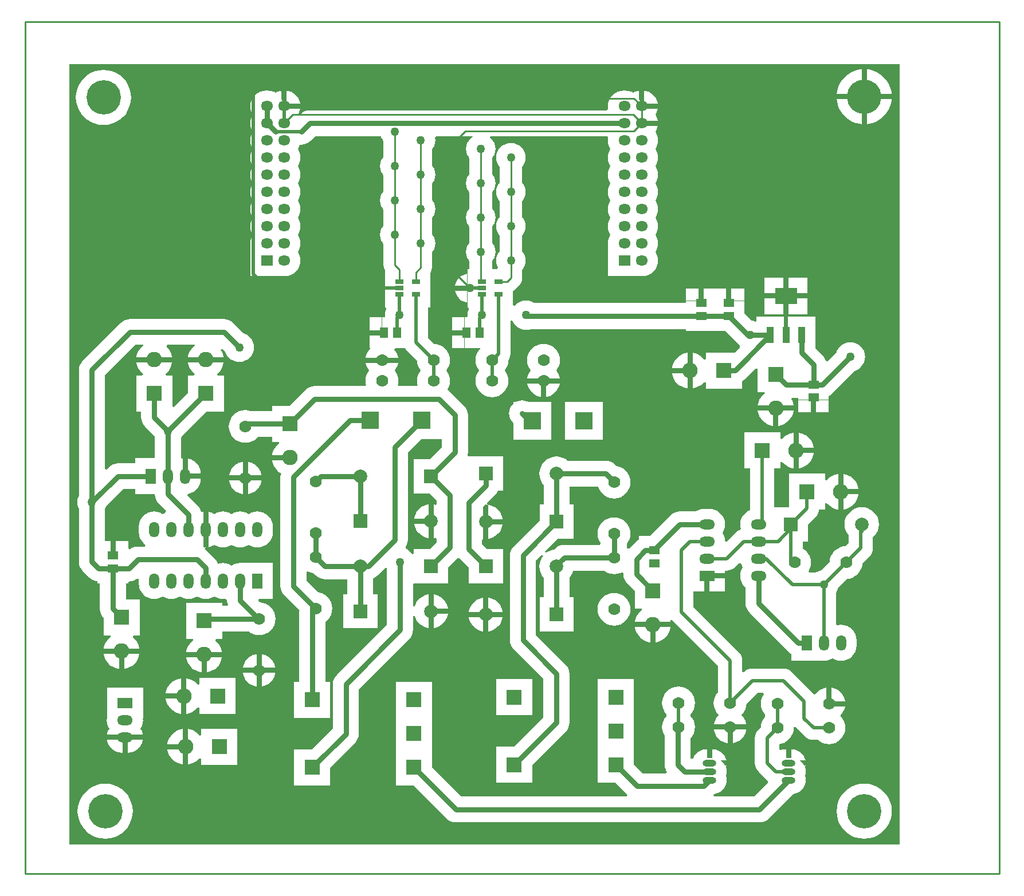
<source format=gtl>
%FSLAX44Y44*%
%MOMM*%
G71*
G01*
G75*
G04 Layer_Physical_Order=1*
G04 Layer_Color=255*
%ADD10R,1.3000X0.7000*%
%ADD11R,1.5000X1.3000*%
%ADD12R,1.0000X2.4000*%
%ADD13R,3.3000X2.4000*%
%ADD14R,1.3000X1.5000*%
%ADD15C,0.2540*%
%ADD16C,0.7620*%
%ADD17C,0.5080*%
%ADD18R,1.7780X1.5000*%
%ADD19O,1.7780X1.5000*%
%ADD20R,1.7780X1.5000*%
%ADD21O,1.7780X1.5000*%
%ADD22R,2.5400X2.5400*%
%ADD23R,2.2860X2.2860*%
%ADD24C,2.2860*%
%ADD25R,2.2860X1.5000*%
%ADD26O,2.2860X1.5000*%
%ADD27C,1.7780*%
%ADD28C,2.0000*%
%ADD29R,2.0000X2.0000*%
%ADD30O,2.0000X1.0000*%
%ADD31O,1.5000X2.2860*%
%ADD32R,1.5000X2.2860*%
%ADD33R,2.2860X2.2860*%
%ADD34O,2.2860X1.5000*%
%ADD35R,2.2860X1.5000*%
%ADD36R,1.5000X2.2860*%
%ADD37O,1.5000X2.2860*%
%ADD38C,5.0800*%
%ADD39C,1.2700*%
G36*
X-66955Y626110D02*
X1159510D01*
Y1780540D01*
X-66955D01*
Y626110D01*
D02*
G37*
%LPC*%
G36*
X552220Y962660D02*
X573397D01*
X573285Y961522D01*
X571842Y956764D01*
X569498Y952380D01*
X566344Y948536D01*
X562500Y945382D01*
X558116Y943038D01*
X553358Y941595D01*
X552220Y941483D01*
Y962660D01*
D02*
G37*
G36*
X768567Y947820D02*
X791210D01*
Y925177D01*
X790835Y925207D01*
X786753Y926187D01*
X782875Y927793D01*
X779295Y929987D01*
X776103Y932713D01*
X773377Y935905D01*
X771183Y939485D01*
X769577Y943363D01*
X768597Y947445D01*
X768567Y947820D01*
D02*
G37*
G36*
X471314Y967485D02*
X492491D01*
X492379Y966347D01*
X490936Y961590D01*
X488592Y957205D01*
X485438Y953362D01*
X481594Y950207D01*
X477210Y947864D01*
X472452Y946420D01*
X471314Y946308D01*
Y967485D01*
D02*
G37*
G36*
X523423Y962660D02*
X544600D01*
Y941483D01*
X543462Y941595D01*
X538704Y943038D01*
X534320Y945382D01*
X530476Y948536D01*
X527322Y952380D01*
X524978Y956764D01*
X523535Y961522D01*
X523423Y962660D01*
D02*
G37*
G36*
X798830Y947820D02*
X821473D01*
X821443Y947445D01*
X820463Y943363D01*
X818857Y939485D01*
X816663Y935905D01*
X813937Y932713D01*
X810745Y929987D01*
X807165Y927793D01*
X803287Y926187D01*
X799205Y925207D01*
X798830Y925177D01*
Y947820D01*
D02*
G37*
G36*
X-16293Y908450D02*
X6350D01*
Y885807D01*
X5975Y885837D01*
X1893Y886817D01*
X-1985Y888423D01*
X-5565Y890617D01*
X-8757Y893343D01*
X-11483Y896535D01*
X-13677Y900115D01*
X-15283Y903993D01*
X-16263Y908075D01*
X-16293Y908450D01*
D02*
G37*
G36*
X13970D02*
X36613D01*
X36583Y908075D01*
X35603Y903993D01*
X33997Y900115D01*
X31803Y896535D01*
X29077Y893343D01*
X25885Y890617D01*
X22305Y888423D01*
X18427Y886817D01*
X14345Y885837D01*
X13970Y885807D01*
Y908450D01*
D02*
G37*
G36*
X209550Y907792D02*
Y887730D01*
X189489D01*
X189579Y888650D01*
X190959Y893199D01*
X193200Y897391D01*
X196215Y901065D01*
X199889Y904080D01*
X204081Y906321D01*
X208630Y907701D01*
X209550Y907792D01*
D02*
G37*
G36*
X217170D02*
X218090Y907701D01*
X222639Y906321D01*
X226831Y904080D01*
X230505Y901065D01*
X233520Y897391D01*
X235761Y893199D01*
X237141Y888650D01*
X237232Y887730D01*
X217170D01*
Y907792D01*
D02*
G37*
G36*
X737870Y998337D02*
X742600Y997871D01*
X747149Y996491D01*
X751341Y994250D01*
X755015Y991235D01*
X758030Y987561D01*
X760271Y983369D01*
X761651Y978820D01*
X762117Y974090D01*
X761651Y969360D01*
X760271Y964811D01*
X758030Y960619D01*
X755015Y956945D01*
X751341Y953930D01*
X747149Y951689D01*
X742600Y950309D01*
X737870Y949843D01*
X733140Y950309D01*
X728591Y951689D01*
X724399Y953930D01*
X720725Y956945D01*
X717710Y960619D01*
X715469Y964811D01*
X714089Y969360D01*
X713623Y974090D01*
X714089Y978820D01*
X715469Y983369D01*
X717710Y987561D01*
X720725Y991235D01*
X724399Y994250D01*
X728591Y996491D01*
X733140Y997871D01*
X737870Y998337D01*
D02*
G37*
G36*
X160020Y1118980D02*
X164478Y1118541D01*
X168764Y1117241D01*
X172715Y1115129D01*
X172720Y1115125D01*
X172725Y1115129D01*
X176676Y1117241D01*
X180962Y1118541D01*
X185420Y1118980D01*
X189878Y1118541D01*
X194164Y1117241D01*
X198115Y1115129D01*
X198120Y1115125D01*
X198125Y1115129D01*
X202076Y1117241D01*
X206362Y1118541D01*
X210820Y1118980D01*
X215278Y1118541D01*
X219564Y1117241D01*
X223515Y1115129D01*
X226977Y1112287D01*
X229819Y1108825D01*
X231931Y1104874D01*
X233231Y1100588D01*
X233670Y1096130D01*
Y1088270D01*
X233231Y1083812D01*
X231931Y1079526D01*
X229819Y1075575D01*
X226977Y1072113D01*
X223515Y1069271D01*
X219564Y1067159D01*
X215278Y1065859D01*
X210820Y1065420D01*
X206362Y1065859D01*
X202076Y1067159D01*
X198125Y1069271D01*
X198120Y1069275D01*
X198115Y1069271D01*
X194164Y1067159D01*
X189878Y1065859D01*
X185420Y1065420D01*
X180962Y1065859D01*
X176676Y1067159D01*
X172725Y1069271D01*
X172720Y1069275D01*
X172715Y1069271D01*
X168764Y1067159D01*
X164478Y1065859D01*
X160020Y1065420D01*
X155562Y1065859D01*
X151276Y1067159D01*
X147325Y1069271D01*
X147320Y1069275D01*
X147315Y1069271D01*
X143364Y1067159D01*
X139078Y1065859D01*
X138430Y1065795D01*
Y1081104D01*
X137608Y1083812D01*
X137170Y1088270D01*
Y1092197D01*
Y1096130D01*
X137608Y1100588D01*
X138430Y1103296D01*
Y1118605D01*
X139078Y1118541D01*
X143364Y1117241D01*
X147315Y1115129D01*
X147320Y1115125D01*
X147325Y1115129D01*
X151276Y1117241D01*
X155562Y1118541D01*
X160020Y1118980D01*
D02*
G37*
G36*
X552220Y1128617D02*
X553358Y1128505D01*
X558116Y1127062D01*
X562500Y1124718D01*
X566344Y1121564D01*
X569498Y1117720D01*
X571842Y1113336D01*
X573285Y1108578D01*
X573397Y1107440D01*
X552220D01*
Y1128617D01*
D02*
G37*
G36*
X196850Y1164590D02*
X216912D01*
X216821Y1163670D01*
X215441Y1159121D01*
X213200Y1154929D01*
X210185Y1151255D01*
X206511Y1148240D01*
X202319Y1145999D01*
X197770Y1144619D01*
X196850Y1144529D01*
Y1164590D01*
D02*
G37*
G36*
X1076560Y1144270D02*
X1099203D01*
X1099173Y1143895D01*
X1098193Y1139813D01*
X1096587Y1135935D01*
X1094393Y1132355D01*
X1091667Y1129163D01*
X1088475Y1126437D01*
X1084895Y1124243D01*
X1081017Y1122637D01*
X1076935Y1121657D01*
X1076560Y1121627D01*
Y1144270D01*
D02*
G37*
G36*
X552220Y1099820D02*
X573397D01*
X573285Y1098682D01*
X571842Y1093924D01*
X569498Y1089540D01*
X566344Y1085696D01*
X562500Y1082542D01*
X558116Y1080198D01*
X553358Y1078755D01*
X552220Y1078643D01*
Y1099820D01*
D02*
G37*
G36*
X544600Y991457D02*
Y970280D01*
X523423D01*
X523535Y971418D01*
X524978Y976176D01*
X527322Y980560D01*
X530476Y984404D01*
X534320Y987558D01*
X538704Y989902D01*
X543462Y991345D01*
X544600Y991457D01*
D02*
G37*
G36*
X552220D02*
X553358Y991345D01*
X558116Y989902D01*
X562500Y987558D01*
X566344Y984404D01*
X569498Y980560D01*
X571842Y976176D01*
X573285Y971418D01*
X573397Y970280D01*
X552220D01*
Y991457D01*
D02*
G37*
G36*
X878840Y1019810D02*
X901700D01*
Y1000880D01*
X878840D01*
Y1019810D01*
D02*
G37*
G36*
X471314Y996282D02*
X472452Y996170D01*
X477210Y994727D01*
X481594Y992383D01*
X485438Y989229D01*
X488592Y985386D01*
X490936Y981001D01*
X492379Y976243D01*
X492491Y975105D01*
X471314D01*
Y996282D01*
D02*
G37*
G36*
X100730Y797343D02*
Y774700D01*
X78087D01*
X78117Y775075D01*
X79097Y779157D01*
X80703Y783035D01*
X82897Y786615D01*
X85623Y789807D01*
X88815Y792533D01*
X92395Y794727D01*
X96273Y796333D01*
X100355Y797313D01*
X100730Y797343D01*
D02*
G37*
G36*
X-11165Y781050D02*
X11430D01*
Y762010D01*
X11310D01*
X6852Y762449D01*
X2566Y763749D01*
X-1385Y765861D01*
X-4847Y768703D01*
X-7689Y772165D01*
X-9801Y776116D01*
X-11101Y780402D01*
X-11165Y781050D01*
D02*
G37*
G36*
X885449Y796290D02*
X905510D01*
Y776228D01*
X904590Y776319D01*
X900041Y777699D01*
X895849Y779940D01*
X892175Y782955D01*
X889160Y786629D01*
X886919Y790821D01*
X885539Y795370D01*
X885449Y796290D01*
D02*
G37*
G36*
X913130D02*
X933192D01*
X933101Y795370D01*
X931721Y790821D01*
X929480Y786629D01*
X926465Y782955D01*
X922791Y779940D01*
X918599Y777699D01*
X914050Y776319D01*
X913130Y776228D01*
Y796290D01*
D02*
G37*
G36*
X19050Y781050D02*
X41645D01*
X41581Y780402D01*
X40281Y776116D01*
X38169Y772165D01*
X35327Y768703D01*
X31865Y765861D01*
X27914Y763749D01*
X23628Y762449D01*
X19170Y762010D01*
X19050D01*
Y781050D01*
D02*
G37*
G36*
X-13970Y716406D02*
X-7593Y715904D01*
X-1373Y714410D01*
X4537Y711963D01*
X9991Y708620D01*
X14856Y704466D01*
X19010Y699602D01*
X22352Y694147D01*
X24801Y688237D01*
X26294Y682017D01*
X26796Y675640D01*
X26294Y669263D01*
X24801Y663043D01*
X22352Y657133D01*
X19010Y651678D01*
X14856Y646814D01*
X9991Y642660D01*
X4537Y639318D01*
X-1373Y636870D01*
X-7593Y635376D01*
X-13970Y634874D01*
X-20347Y635376D01*
X-26567Y636870D01*
X-32477Y639318D01*
X-37931Y642660D01*
X-42796Y646814D01*
X-46950Y651678D01*
X-50293Y657133D01*
X-52741Y663043D01*
X-54234Y669263D01*
X-54736Y675640D01*
X-54234Y682017D01*
X-52741Y688237D01*
X-50293Y694147D01*
X-46950Y699602D01*
X-42796Y704466D01*
X-37931Y708620D01*
X-32477Y711963D01*
X-26567Y714410D01*
X-20347Y715904D01*
X-13970Y716406D01*
D02*
G37*
G36*
X1107440D02*
X1113817Y715904D01*
X1120037Y714410D01*
X1125947Y711963D01*
X1131402Y708620D01*
X1136266Y704466D01*
X1140420Y699602D01*
X1143763Y694147D01*
X1146210Y688237D01*
X1147704Y682017D01*
X1148206Y675640D01*
X1147704Y669263D01*
X1146210Y663043D01*
X1143763Y657133D01*
X1140420Y651678D01*
X1136266Y646814D01*
X1131402Y642660D01*
X1125947Y639318D01*
X1120037Y636870D01*
X1113817Y635376D01*
X1107440Y634874D01*
X1101063Y635376D01*
X1094843Y636870D01*
X1088933Y639318D01*
X1083478Y642660D01*
X1078614Y646814D01*
X1074460Y651678D01*
X1071117Y657133D01*
X1068670Y663043D01*
X1067176Y669263D01*
X1066674Y675640D01*
X1067176Y682017D01*
X1068670Y688237D01*
X1071117Y694147D01*
X1074460Y699602D01*
X1078614Y704466D01*
X1083478Y708620D01*
X1088933Y711963D01*
X1094843Y714410D01*
X1101063Y715904D01*
X1107440Y716406D01*
D02*
G37*
G36*
X78087Y767080D02*
X100730D01*
Y744437D01*
X100355Y744467D01*
X96273Y745447D01*
X92395Y747053D01*
X88815Y749247D01*
X85623Y751973D01*
X82897Y755165D01*
X80703Y758745D01*
X79097Y762623D01*
X78117Y766705D01*
X78087Y767080D01*
D02*
G37*
G36*
X127870Y797560D02*
X181210D01*
Y744220D01*
X127870D01*
Y753471D01*
X125487Y754350D01*
X123457Y751973D01*
X120265Y749247D01*
X116685Y747053D01*
X112807Y745447D01*
X108725Y744467D01*
X108350Y744437D01*
Y770888D01*
Y797343D01*
X108725Y797313D01*
X112807Y796333D01*
X116685Y794727D01*
X120265Y792533D01*
X123457Y789807D01*
X125487Y787430D01*
X127870Y788309D01*
Y797560D01*
D02*
G37*
G36*
X-11430Y858400D02*
X41910D01*
Y812920D01*
X41910D01*
X41773Y812769D01*
X42020Y810260D01*
X41581Y805802D01*
X40281Y801516D01*
X38169Y797565D01*
X38165Y797560D01*
X38169Y797555D01*
X40281Y793604D01*
X41581Y789318D01*
X41645Y788670D01*
X26336D01*
X23628Y787849D01*
X19170Y787410D01*
X11310D01*
X6852Y787849D01*
X4144Y788670D01*
X-11165D01*
X-11101Y789318D01*
X-9801Y793604D01*
X-7689Y797555D01*
X-7685Y797560D01*
X-7689Y797565D01*
X-9801Y801516D01*
X-11101Y805802D01*
X-11540Y810260D01*
X-11293Y812769D01*
X-11430Y812920D01*
X-11430D01*
Y858400D01*
D02*
G37*
G36*
X189489Y880110D02*
X209550D01*
Y860049D01*
X208630Y860139D01*
X204081Y861519D01*
X199889Y863760D01*
X196215Y866775D01*
X193200Y870449D01*
X190959Y874641D01*
X189579Y879190D01*
X189489Y880110D01*
D02*
G37*
G36*
X217170D02*
X237232D01*
X237141Y879190D01*
X235761Y874641D01*
X233520Y870449D01*
X230505Y866775D01*
X226831Y863760D01*
X222639Y861519D01*
X218090Y860139D01*
X217170Y860049D01*
Y880110D01*
D02*
G37*
G36*
X105627Y903370D02*
X128270D01*
Y880727D01*
X127895Y880757D01*
X123813Y881737D01*
X119935Y883343D01*
X116355Y885537D01*
X113163Y888263D01*
X110437Y891455D01*
X108243Y895035D01*
X106637Y898913D01*
X105657Y902995D01*
X105627Y903370D01*
D02*
G37*
G36*
X135890D02*
X158533D01*
X158503Y902995D01*
X157523Y898913D01*
X155917Y895035D01*
X153723Y891455D01*
X150997Y888263D01*
X147805Y885537D01*
X144225Y883343D01*
X140347Y881737D01*
X136265Y880757D01*
X135890Y880727D01*
Y903370D01*
D02*
G37*
G36*
X98190Y872273D02*
Y849630D01*
X75547D01*
X75577Y850005D01*
X76557Y854087D01*
X78163Y857965D01*
X80357Y861545D01*
X83083Y864737D01*
X86275Y867463D01*
X89855Y869657D01*
X93733Y871263D01*
X97815Y872243D01*
X98190Y872273D01*
D02*
G37*
G36*
X125330Y872490D02*
X178670D01*
Y819150D01*
X125330D01*
Y828401D01*
X122947Y829280D01*
X120917Y826903D01*
X117725Y824177D01*
X114145Y821983D01*
X110267Y820377D01*
X106185Y819397D01*
X105810Y819367D01*
Y845817D01*
Y872273D01*
X106185Y872243D01*
X110267Y871263D01*
X114145Y869657D01*
X117725Y867463D01*
X120917Y864737D01*
X122947Y862360D01*
X125330Y863239D01*
Y872490D01*
D02*
G37*
G36*
X563740Y870890D02*
X617080D01*
Y817550D01*
X563740D01*
Y870890D01*
D02*
G37*
G36*
X1059180Y858261D02*
X1060100Y858171D01*
X1064649Y856791D01*
X1068841Y854550D01*
X1072515Y851535D01*
X1075530Y847861D01*
X1077771Y843669D01*
X1079151Y839120D01*
X1079241Y838200D01*
X1059180D01*
Y858261D01*
D02*
G37*
G36*
X75547Y842010D02*
X98190D01*
Y819367D01*
X97815Y819397D01*
X93733Y820377D01*
X89855Y821983D01*
X86275Y824177D01*
X83083Y826903D01*
X80357Y830095D01*
X78163Y833675D01*
X76557Y837553D01*
X75577Y841635D01*
X75547Y842010D01*
D02*
G37*
G36*
X960130Y1433620D02*
X988060D01*
Y1410190D01*
X960130D01*
Y1433620D01*
D02*
G37*
G36*
X995680D02*
X1023610D01*
Y1410190D01*
X995680D01*
Y1433620D01*
D02*
G37*
G36*
X503191Y1445260D02*
X520700D01*
Y1427751D01*
X520278Y1427792D01*
X516208Y1429027D01*
X512457Y1431032D01*
X509170Y1433730D01*
X506472Y1437017D01*
X504467Y1440768D01*
X503232Y1444838D01*
X503191Y1445260D01*
D02*
G37*
G36*
X911225Y1448560D02*
X930155D01*
Y1430630D01*
X911225D01*
Y1448560D01*
D02*
G37*
G36*
X844035Y1448560D02*
X862965D01*
Y1430630D01*
X844035D01*
Y1448560D01*
D02*
G37*
G36*
X846220Y1353603D02*
Y1330960D01*
X823577D01*
X823607Y1331335D01*
X824587Y1335417D01*
X826193Y1339295D01*
X828387Y1342875D01*
X831113Y1346067D01*
X834305Y1348793D01*
X837885Y1350987D01*
X841763Y1352593D01*
X845845Y1353573D01*
X846220Y1353603D01*
D02*
G37*
G36*
X633730Y1366637D02*
X638460Y1366171D01*
X643009Y1364791D01*
X647201Y1362550D01*
X650875Y1359535D01*
X653890Y1355861D01*
X656131Y1351669D01*
X657511Y1347120D01*
X657977Y1342390D01*
X657511Y1337660D01*
X656131Y1333111D01*
X653890Y1328919D01*
X652439Y1327150D01*
X653890Y1325381D01*
X656131Y1321189D01*
X657511Y1316640D01*
X657601Y1315720D01*
X609859D01*
X609949Y1316640D01*
X611329Y1321189D01*
X613570Y1325381D01*
X615022Y1327150D01*
X613570Y1328919D01*
X611329Y1333111D01*
X609949Y1337660D01*
X609483Y1342390D01*
X609949Y1347120D01*
X611329Y1351669D01*
X613570Y1355861D01*
X616585Y1359535D01*
X620259Y1362550D01*
X624451Y1364791D01*
X629000Y1366171D01*
X633730Y1366637D01*
D02*
G37*
G36*
X498350Y1379220D02*
X516280D01*
Y1360290D01*
X498350D01*
Y1379220D01*
D02*
G37*
G36*
X376430Y1405770D02*
X394360D01*
Y1386840D01*
X376430D01*
Y1405770D01*
D02*
G37*
G36*
X498350D02*
X516280D01*
Y1386840D01*
X498350D01*
Y1405770D01*
D02*
G37*
G36*
X995680Y1464670D02*
X1023610D01*
Y1441240D01*
X995680D01*
Y1464670D01*
D02*
G37*
G36*
X254000Y1740922D02*
X256038Y1740721D01*
X260324Y1739421D01*
X264275Y1737309D01*
X267737Y1734467D01*
X270579Y1731005D01*
X272691Y1727054D01*
X273991Y1722768D01*
X274055Y1722120D01*
X254000D01*
Y1740922D01*
D02*
G37*
G36*
X782320D02*
X784358Y1740721D01*
X788644Y1739421D01*
X792595Y1737309D01*
X796057Y1734467D01*
X798899Y1731005D01*
X801011Y1727054D01*
X802311Y1722768D01*
X802375Y1722120D01*
X782320D01*
Y1740922D01*
D02*
G37*
G36*
X1111250Y1772746D02*
X1113817Y1772544D01*
X1120037Y1771051D01*
X1125947Y1768602D01*
X1131402Y1765260D01*
X1136266Y1761106D01*
X1140420Y1756241D01*
X1143763Y1750787D01*
X1146210Y1744877D01*
X1147704Y1738657D01*
X1147906Y1736090D01*
X1111250D01*
Y1772746D01*
D02*
G37*
G36*
X223400Y1741160D02*
X226180D01*
X230638Y1740721D01*
X234924Y1739421D01*
X237490Y1738049D01*
X240056Y1739421D01*
X244342Y1740721D01*
X246380Y1740922D01*
Y1728759D01*
X247291Y1727054D01*
X248591Y1722768D01*
X249030Y1718310D01*
X249030Y1718307D01*
X250187D01*
Y1714500D01*
X274055D01*
X273991Y1713852D01*
X272691Y1709566D01*
X271480Y1707301D01*
X272622Y1705032D01*
X273248Y1704939D01*
X274754Y1706445D01*
D01*
X274754Y1706446D01*
D01*
D01*
D01*
X274754Y1706446D01*
X274755Y1706446D01*
X277655Y1708826D01*
X280965Y1710595D01*
Y1710595D01*
X280965D01*
D01*
D01*
D01*
D01*
X280965D01*
Y1710595D01*
D01*
D01*
X280965Y1710595D01*
X280965Y1710595D01*
X280965Y1710595D01*
D01*
X284555Y1711684D01*
X288290Y1712052D01*
X727595D01*
X729301Y1713934D01*
X728870Y1718310D01*
X729309Y1722768D01*
X730609Y1727054D01*
X732721Y1731005D01*
X735563Y1734467D01*
X739025Y1737309D01*
X742976Y1739421D01*
X747262Y1740721D01*
X751720Y1741160D01*
X754500D01*
X758958Y1740721D01*
X763244Y1739421D01*
X765810Y1738049D01*
X768376Y1739421D01*
X772662Y1740721D01*
X774700Y1740922D01*
Y1728759D01*
X775611Y1727054D01*
X776911Y1722768D01*
X777350Y1718310D01*
X777350Y1718307D01*
X778508D01*
Y1714500D01*
X802375D01*
X802311Y1713852D01*
X801011Y1709566D01*
X798899Y1705615D01*
X798895Y1705610D01*
X798899Y1705605D01*
X801011Y1701654D01*
X802311Y1697368D01*
X802375Y1696720D01*
X778508D01*
Y1690361D01*
X779900D01*
X784358Y1689922D01*
X787066Y1689100D01*
X802375D01*
X802311Y1688452D01*
X801011Y1684166D01*
X798899Y1680215D01*
X798895Y1680210D01*
X798899Y1680205D01*
X801011Y1676254D01*
X802311Y1671968D01*
X802750Y1667510D01*
X802311Y1663052D01*
X801011Y1658766D01*
X798899Y1654815D01*
X798895Y1654810D01*
X798899Y1654805D01*
X801011Y1650854D01*
X802311Y1646568D01*
X802750Y1642110D01*
X802311Y1637652D01*
X801011Y1633366D01*
X798899Y1629415D01*
X798895Y1629410D01*
X798899Y1629405D01*
X801011Y1625454D01*
X802311Y1621168D01*
X802750Y1616710D01*
X802311Y1612252D01*
X801011Y1607966D01*
X798899Y1604015D01*
X798895Y1604010D01*
X798899Y1604005D01*
X801011Y1600054D01*
X802311Y1595768D01*
X802750Y1591310D01*
X802311Y1586852D01*
X801011Y1582566D01*
X798899Y1578615D01*
X798895Y1578610D01*
X798899Y1578605D01*
X801011Y1574654D01*
X802311Y1570368D01*
X802750Y1565910D01*
X802311Y1561452D01*
X801011Y1557166D01*
X798899Y1553215D01*
X798895Y1553210D01*
X798899Y1553205D01*
X801011Y1549254D01*
X802311Y1544968D01*
X802750Y1540510D01*
X802311Y1536052D01*
X801011Y1531766D01*
X798899Y1527815D01*
X798895Y1527810D01*
X798899Y1527805D01*
X801011Y1523854D01*
X802311Y1519568D01*
X802750Y1515110D01*
X802311Y1510652D01*
X801011Y1506366D01*
X798899Y1502415D01*
X798895Y1502410D01*
X798899Y1502405D01*
X801011Y1498454D01*
X802311Y1494168D01*
X802750Y1489710D01*
X802311Y1485252D01*
X801011Y1480966D01*
X798899Y1477015D01*
X796057Y1473553D01*
X792595Y1470711D01*
X788644Y1468599D01*
X784358Y1467299D01*
X779900Y1466860D01*
X777120D01*
X776003Y1466970D01*
X728980D01*
Y1512450D01*
X728980D01*
X729117Y1512601D01*
X728870Y1515110D01*
X729309Y1519568D01*
X730609Y1523854D01*
X732721Y1527805D01*
X732725Y1527810D01*
X732721Y1527815D01*
X730609Y1531766D01*
X729309Y1536052D01*
X728870Y1540510D01*
X729309Y1544968D01*
X730609Y1549254D01*
X732721Y1553205D01*
X732725Y1553210D01*
X732721Y1553215D01*
X730609Y1557166D01*
X729309Y1561452D01*
X728870Y1565910D01*
X729309Y1570368D01*
X730609Y1574654D01*
X732721Y1578605D01*
X732725Y1578610D01*
X732721Y1578615D01*
X730609Y1582566D01*
X729309Y1586852D01*
X728870Y1591310D01*
X729309Y1595768D01*
X730609Y1600054D01*
X732721Y1604005D01*
X732725Y1604010D01*
X732721Y1604015D01*
X730609Y1607966D01*
X729309Y1612252D01*
X728870Y1616710D01*
X729309Y1621168D01*
X730609Y1625454D01*
X732721Y1629405D01*
X732725Y1629410D01*
X732721Y1629415D01*
X730609Y1633366D01*
X729309Y1637652D01*
X728870Y1642110D01*
X729309Y1646568D01*
X730609Y1650854D01*
X732721Y1654805D01*
X732725Y1654810D01*
X732721Y1654815D01*
X730609Y1658766D01*
X729309Y1663052D01*
X728870Y1667510D01*
X729309Y1671968D01*
X727974Y1673768D01*
X555722D01*
X554866Y1671376D01*
X556360Y1670150D01*
X559058Y1666863D01*
X561063Y1663112D01*
X562298Y1659042D01*
X562715Y1654810D01*
X562298Y1650578D01*
X561063Y1646508D01*
X559058Y1642757D01*
X557610Y1640992D01*
Y1617828D01*
X559058Y1616063D01*
X561063Y1612312D01*
X562298Y1608242D01*
X562715Y1604010D01*
X562298Y1599778D01*
X561063Y1595708D01*
X559058Y1591957D01*
X557610Y1590192D01*
Y1567028D01*
X559058Y1565263D01*
X561063Y1561512D01*
X562298Y1557442D01*
X562715Y1553210D01*
X562298Y1548978D01*
X561063Y1544908D01*
X559058Y1541157D01*
X557610Y1539392D01*
Y1516228D01*
X559058Y1514463D01*
X561063Y1510712D01*
X562298Y1506642D01*
X562715Y1502410D01*
X562298Y1498178D01*
X561063Y1494108D01*
X559058Y1490357D01*
X557610Y1488592D01*
Y1477310D01*
X565147D01*
X566453Y1479489D01*
X565427Y1481408D01*
X564192Y1485478D01*
X563775Y1489710D01*
X564192Y1493942D01*
X565427Y1498012D01*
X567432Y1501763D01*
X568880Y1503528D01*
Y1526692D01*
X567432Y1528457D01*
X565427Y1532208D01*
X564192Y1536278D01*
X563775Y1540510D01*
X564192Y1544742D01*
X565427Y1548812D01*
X567432Y1552563D01*
X568880Y1554328D01*
Y1577492D01*
X567432Y1579257D01*
X565427Y1583008D01*
X564192Y1587078D01*
X563775Y1591310D01*
X564192Y1595542D01*
X565427Y1599612D01*
X567432Y1603363D01*
X568880Y1605128D01*
Y1628292D01*
X567432Y1630057D01*
X565427Y1633808D01*
X564192Y1637878D01*
X563775Y1642110D01*
X564192Y1646342D01*
X565427Y1650412D01*
X567432Y1654163D01*
X570130Y1657450D01*
X573417Y1660148D01*
X577168Y1662153D01*
X581238Y1663388D01*
X585470Y1663804D01*
X589702Y1663388D01*
X593772Y1662153D01*
X597523Y1660148D01*
X600810Y1657450D01*
X603508Y1654163D01*
X605513Y1650412D01*
X606748Y1646342D01*
X607164Y1642110D01*
X606748Y1637878D01*
X605513Y1633808D01*
X603508Y1630057D01*
X602060Y1628292D01*
Y1605128D01*
X603508Y1603363D01*
X605513Y1599612D01*
X606748Y1595542D01*
X607164Y1591310D01*
X606748Y1587078D01*
X605513Y1583008D01*
X603508Y1579257D01*
X602060Y1577492D01*
Y1554328D01*
X603508Y1552563D01*
X605513Y1548812D01*
X606748Y1544742D01*
X607164Y1540510D01*
X606748Y1536278D01*
X605513Y1532208D01*
X603508Y1528457D01*
X602060Y1526692D01*
Y1503528D01*
X603508Y1501763D01*
X605513Y1498012D01*
X606748Y1493942D01*
X607164Y1489710D01*
X606748Y1485478D01*
X605513Y1481408D01*
X603508Y1477657D01*
X602060Y1475892D01*
Y1464310D01*
X601741Y1461073D01*
X600797Y1457961D01*
X599264Y1455093D01*
X599264Y1455093D01*
X599264Y1455093D01*
X597201Y1452579D01*
X591461Y1446839D01*
X591461Y1446839D01*
X591461Y1446839D01*
D01*
D01*
D01*
X591461Y1446839D01*
X588947Y1444776D01*
X588730Y1444660D01*
Y1439830D01*
Y1423808D01*
X591121Y1422953D01*
X592355Y1424455D01*
X595642Y1427153D01*
X599393Y1429158D01*
X603463Y1430393D01*
X607695Y1430809D01*
X611927Y1430393D01*
X615997Y1429158D01*
X619748Y1427153D01*
X619981Y1426962D01*
X844035D01*
Y1429561D01*
X870585D01*
Y1448560D01*
X884675D01*
Y1448560D01*
X903605D01*
Y1429561D01*
X930155D01*
Y1412151D01*
X941446Y1400860D01*
X942997Y1400708D01*
X946590Y1399618D01*
X948630Y1401131D01*
Y1406670D01*
X989110D01*
Y1379427D01*
X994630D01*
Y1406670D01*
X1035110D01*
Y1360511D01*
X1046046Y1349576D01*
X1048426Y1346675D01*
X1050195Y1343365D01*
X1050816Y1341318D01*
X1053280Y1340701D01*
X1066522Y1353943D01*
X1067077Y1355772D01*
X1069082Y1359523D01*
X1071780Y1362810D01*
X1075067Y1365508D01*
X1078818Y1367513D01*
X1082888Y1368748D01*
X1087120Y1369164D01*
X1091352Y1368748D01*
X1095422Y1367513D01*
X1099173Y1365508D01*
X1102460Y1362810D01*
X1105158Y1359523D01*
X1107163Y1355772D01*
X1108398Y1351702D01*
X1108814Y1347470D01*
X1108398Y1343238D01*
X1107163Y1339168D01*
X1105158Y1335417D01*
X1102460Y1332130D01*
X1099173Y1329432D01*
X1095422Y1327427D01*
X1093593Y1326872D01*
X1059356Y1292634D01*
Y1292634D01*
X1059355Y1292634D01*
X1059355Y1292634D01*
Y1292634D01*
X1056455Y1290254D01*
X1055250Y1289610D01*
Y1284430D01*
Y1284429D01*
X1009770D01*
Y1284430D01*
Y1287028D01*
X1001097D01*
X999856Y1284812D01*
X1000467Y1283815D01*
X1002073Y1279937D01*
X1003053Y1275855D01*
X1003083Y1275480D01*
X950177D01*
X950207Y1275855D01*
X951187Y1279937D01*
X952793Y1283815D01*
X954987Y1287395D01*
X957713Y1290587D01*
X960905Y1293313D01*
X960430Y1295000D01*
X949960D01*
Y1330130D01*
X947613Y1331102D01*
X930936Y1314424D01*
X930491Y1314059D01*
X930126Y1313614D01*
X927225Y1311234D01*
X926700Y1310953D01*
Y1300480D01*
X873360D01*
Y1309731D01*
X870977Y1310610D01*
X868947Y1308233D01*
X865755Y1305507D01*
X862175Y1303313D01*
X858297Y1301707D01*
X854215Y1300727D01*
X853840Y1300697D01*
Y1327148D01*
Y1353603D01*
X854215Y1353573D01*
X858297Y1352593D01*
X862175Y1350987D01*
X865755Y1348793D01*
X868947Y1346067D01*
X870977Y1343690D01*
X873360Y1344569D01*
Y1353820D01*
X916189D01*
X923754Y1361385D01*
X923629Y1363922D01*
X923425Y1364090D01*
X920727Y1367377D01*
X920658Y1367506D01*
X902084Y1386080D01*
X889515D01*
Y1386080D01*
X844035D01*
Y1388678D01*
X614698D01*
X611927Y1387837D01*
X607695Y1387421D01*
X603463Y1387837D01*
X599393Y1389072D01*
X595642Y1391077D01*
X592355Y1393775D01*
X589657Y1397062D01*
X587652Y1400813D01*
X587369Y1401747D01*
X584856Y1401374D01*
Y1351850D01*
X584513Y1348365D01*
X583496Y1345013D01*
X581845Y1341924D01*
X581715Y1341766D01*
X581311Y1337660D01*
X579931Y1333111D01*
X577690Y1328919D01*
X576239Y1327150D01*
X577690Y1325381D01*
X579931Y1321189D01*
X581311Y1316640D01*
X581777Y1311910D01*
X581311Y1307180D01*
X579931Y1302631D01*
X577690Y1298439D01*
X574675Y1294765D01*
X571001Y1291750D01*
X566809Y1289509D01*
X562260Y1288129D01*
X557530Y1287663D01*
X552800Y1288129D01*
X548251Y1289509D01*
X544059Y1291750D01*
X540385Y1294765D01*
X537370Y1298439D01*
X535129Y1302631D01*
X533749Y1307180D01*
X533283Y1311910D01*
X533749Y1316640D01*
X535129Y1321189D01*
X537370Y1325381D01*
X538821Y1327150D01*
X537370Y1328919D01*
X535129Y1333111D01*
X533749Y1337660D01*
X533283Y1342390D01*
X533749Y1347120D01*
X535129Y1351669D01*
X537370Y1355861D01*
X540385Y1359535D01*
X540115Y1360290D01*
X517350D01*
Y1379220D01*
Y1386840D01*
Y1405770D01*
X519664D01*
X521370Y1407652D01*
X521231Y1409065D01*
X521647Y1413297D01*
X522882Y1417367D01*
X523568Y1418651D01*
X522262Y1420830D01*
X521250D01*
Y1427697D01*
X521250Y1427697D01*
Y1439830D01*
Y1445260D01*
Y1449068D01*
Y1470443D01*
X521250Y1470443D01*
Y1477310D01*
X524430D01*
Y1488592D01*
X522982Y1490357D01*
X520977Y1494108D01*
X519742Y1498178D01*
X519325Y1502410D01*
X519742Y1506642D01*
X520977Y1510712D01*
X522982Y1514463D01*
X524430Y1516228D01*
Y1539392D01*
X522982Y1541157D01*
X520977Y1544908D01*
X519742Y1548978D01*
X519325Y1553210D01*
X519742Y1557442D01*
X520977Y1561512D01*
X522982Y1565263D01*
X524430Y1567028D01*
Y1590192D01*
X522982Y1591957D01*
X520977Y1595708D01*
X519742Y1599778D01*
X519325Y1604010D01*
X519742Y1608242D01*
X520977Y1612312D01*
X522982Y1616063D01*
X524430Y1617828D01*
Y1640992D01*
X522982Y1642757D01*
X520977Y1646508D01*
X519742Y1650578D01*
X519325Y1654810D01*
X519742Y1659042D01*
X520977Y1663112D01*
X522982Y1666863D01*
X525680Y1670150D01*
X528967Y1672848D01*
X528737Y1673768D01*
X474900D01*
X473398Y1671742D01*
X473815Y1667510D01*
X473398Y1663278D01*
X472163Y1659208D01*
X470158Y1655457D01*
X468710Y1653692D01*
Y1630528D01*
X470158Y1628763D01*
X472163Y1625012D01*
X473398Y1620942D01*
X473815Y1616710D01*
X473398Y1612478D01*
X472163Y1608408D01*
X470158Y1604657D01*
X468710Y1602892D01*
Y1579728D01*
X470158Y1577963D01*
X472163Y1574212D01*
X473398Y1570142D01*
X473815Y1565910D01*
X473398Y1561678D01*
X472163Y1557608D01*
X470158Y1553857D01*
X468710Y1552092D01*
Y1528928D01*
X470158Y1527163D01*
X472163Y1523412D01*
X473398Y1519342D01*
X473815Y1515110D01*
X473398Y1510878D01*
X472163Y1506808D01*
X470158Y1503057D01*
X468710Y1501292D01*
Y1479550D01*
X468391Y1476313D01*
X467447Y1473201D01*
X466810Y1472009D01*
Y1439830D01*
Y1420830D01*
X462936D01*
Y1375890D01*
X472301Y1366525D01*
X475900Y1366171D01*
X480449Y1364791D01*
X484641Y1362550D01*
X488315Y1359535D01*
X491330Y1355861D01*
X493571Y1351669D01*
X494951Y1347120D01*
X495417Y1342390D01*
X494951Y1337660D01*
X493571Y1333111D01*
X491330Y1328919D01*
X489879Y1327150D01*
X491330Y1325381D01*
X493571Y1321189D01*
X494951Y1316640D01*
X495417Y1311910D01*
X494951Y1307180D01*
X493571Y1302631D01*
X491759Y1299241D01*
X492326Y1298776D01*
X516456Y1274646D01*
X518836Y1271745D01*
X520605Y1268435D01*
X521694Y1264845D01*
X522062Y1261110D01*
Y1206356D01*
X521694Y1202621D01*
X521609Y1202340D01*
X522806Y1200100D01*
X523170Y1199990D01*
D01*
D01*
X523170D01*
Y1199990D01*
X523342D01*
Y1199990D01*
X573650D01*
Y1149510D01*
X566124D01*
X566095Y1149415D01*
X564326Y1146105D01*
X561946Y1143204D01*
X549894Y1131153D01*
X550750Y1128762D01*
X548410Y1128993D01*
X547661Y1128919D01*
X544600Y1125858D01*
Y1103627D01*
Y1078643D01*
X544264Y1078676D01*
X542382Y1076970D01*
Y1070689D01*
X550241Y1062830D01*
X573650D01*
Y1012350D01*
X523170D01*
Y1035759D01*
X509704Y1049224D01*
X509215Y1049821D01*
X506678Y1049946D01*
X492744Y1036012D01*
Y1012603D01*
X442264D01*
D01*
X442264D01*
X440782Y1011122D01*
Y978810D01*
X443295Y978437D01*
X444072Y981001D01*
X446416Y985386D01*
X449570Y989229D01*
X453414Y992383D01*
X457798Y994727D01*
X462556Y996170D01*
X463694Y996282D01*
Y971293D01*
Y946308D01*
X462556Y946420D01*
X457798Y947864D01*
X453414Y950207D01*
X449570Y953362D01*
X446416Y957205D01*
X444072Y961590D01*
X443295Y964153D01*
X440782Y963781D01*
Y943610D01*
X440782Y943610D01*
X440782D01*
X440414Y939875D01*
X439325Y936285D01*
X439325Y936285D01*
X439325Y936285D01*
X437556Y932975D01*
X435176Y930074D01*
X435176Y930074D01*
X435176Y930074D01*
X360772Y855671D01*
Y790080D01*
X360772Y790080D01*
X360772D01*
X360404Y786346D01*
X359315Y782755D01*
X359315Y782755D01*
X359315Y782755D01*
X357546Y779445D01*
X355166Y776544D01*
X355166Y776544D01*
X355165Y776544D01*
X318630Y740009D01*
Y713740D01*
X265290D01*
Y767080D01*
X291559D01*
X322488Y798009D01*
Y863600D01*
X322856Y867335D01*
X323945Y870925D01*
X325714Y874235D01*
X328094Y877136D01*
X402498Y951539D01*
Y1033952D01*
X401965Y1034949D01*
X399453Y1035322D01*
X388439Y1024308D01*
X385538Y1021927D01*
X383382Y1020775D01*
X382229Y1020158D01*
X382046Y1020103D01*
Y996535D01*
X388144D01*
Y946055D01*
X337664D01*
Y996535D01*
X343762D01*
Y1018701D01*
X310897D01*
X307162Y1019069D01*
X303571Y1020158D01*
Y1020158D01*
X303571D01*
X303571Y1020158D01*
X303571D01*
Y1020158D01*
D01*
D01*
D01*
Y1020158D01*
D01*
D01*
D01*
D01*
D01*
D01*
D01*
D01*
Y1020158D01*
D01*
D01*
D01*
D01*
X300262Y1021927D01*
X297361Y1024308D01*
Y1024308D01*
X297361D01*
D01*
D01*
D01*
D01*
D01*
D01*
X297361D01*
D01*
X297361D01*
Y1024308D01*
D01*
D01*
D01*
D01*
Y1024308D01*
D01*
D01*
D01*
D01*
D01*
D01*
Y1024308D01*
D01*
D01*
X297361D01*
D01*
D01*
D01*
X294047Y1027622D01*
X292450Y1027779D01*
X287901Y1029159D01*
X285481Y1030453D01*
X283302Y1029147D01*
Y1016309D01*
X300313Y999298D01*
X301910Y999141D01*
X306459Y997761D01*
X310651Y995520D01*
X314325Y992505D01*
X317340Y988831D01*
X319581Y984639D01*
X320961Y980090D01*
X321427Y975360D01*
X320961Y970630D01*
X319581Y966081D01*
X317340Y961889D01*
X314325Y958215D01*
X311102Y955570D01*
Y867080D01*
X318630D01*
Y813740D01*
X265290D01*
Y867080D01*
X272818D01*
Y970140D01*
X272818Y970140D01*
Y970140D01*
X272818D01*
X272818Y970140D01*
D01*
D01*
D01*
D01*
X272818Y970140D01*
D01*
X273043Y972426D01*
X250624Y994844D01*
X248244Y997745D01*
X246475Y1001055D01*
X245386Y1004645D01*
X245018Y1008380D01*
Y1169670D01*
X245386Y1173404D01*
X245949Y1175261D01*
X243355Y1176851D01*
X240163Y1179577D01*
X237437Y1182769D01*
X235243Y1186349D01*
X233637Y1190227D01*
X232657Y1194309D01*
X232627Y1194684D01*
X259083D01*
Y1202304D01*
X232627D01*
X232657Y1202679D01*
X233637Y1206761D01*
X235243Y1210639D01*
X237437Y1214219D01*
X240163Y1217411D01*
X243355Y1220137D01*
X242880Y1221824D01*
X232410D01*
Y1229352D01*
X211742D01*
X210185Y1227455D01*
X206511Y1224440D01*
X202319Y1222199D01*
X197770Y1220819D01*
X193040Y1220353D01*
X188310Y1220819D01*
X183761Y1222199D01*
X179569Y1224440D01*
X175895Y1227455D01*
X172880Y1231129D01*
X170639Y1235321D01*
X169259Y1239870D01*
X168793Y1244600D01*
X169259Y1249330D01*
X170639Y1253879D01*
X172880Y1258071D01*
X175895Y1261745D01*
X179569Y1264760D01*
X183761Y1267001D01*
X188310Y1268381D01*
X193040Y1268847D01*
X197770Y1268381D01*
X200225Y1267636D01*
X232410D01*
Y1275164D01*
X258679D01*
X282290Y1298775D01*
D01*
X282290Y1298776D01*
D01*
D01*
D01*
X282290Y1298776D01*
X282290Y1298776D01*
X285191Y1301156D01*
X288501Y1302925D01*
Y1302925D01*
X288501D01*
D01*
D01*
D01*
D01*
X288501D01*
Y1302925D01*
D01*
D01*
X288501Y1302925D01*
X288501Y1302925D01*
X288501Y1302925D01*
D01*
X292092Y1304014D01*
X295826Y1304382D01*
X369906D01*
X371419Y1306422D01*
X371189Y1307180D01*
X370723Y1311910D01*
X371189Y1316640D01*
X372569Y1321189D01*
X374810Y1325381D01*
X376261Y1327150D01*
X374810Y1328919D01*
X372569Y1333111D01*
X371189Y1337660D01*
X371099Y1338580D01*
X418842D01*
X418751Y1337660D01*
X417371Y1333111D01*
X415130Y1328919D01*
X413679Y1327150D01*
X415130Y1325381D01*
X417371Y1321189D01*
X418751Y1316640D01*
X419217Y1311910D01*
X418751Y1307180D01*
X418521Y1306422D01*
X420034Y1304382D01*
X446106D01*
X447619Y1306422D01*
X447389Y1307180D01*
X446923Y1311910D01*
X447389Y1316640D01*
X448769Y1321189D01*
X451010Y1325381D01*
X452462Y1327150D01*
X451010Y1328919D01*
X448769Y1333111D01*
X447389Y1337660D01*
X447035Y1341259D01*
X432437Y1355857D01*
X430215Y1358564D01*
D01*
X430215D01*
X430215D01*
D01*
Y1358564D01*
X430215D01*
D01*
D01*
Y1358564D01*
D01*
D01*
D01*
D01*
D01*
D01*
D01*
D01*
D01*
Y1358564D01*
X430215D01*
D01*
D01*
D01*
X429292Y1360290D01*
X414466D01*
X413380Y1357994D01*
X415130Y1355861D01*
X417371Y1351669D01*
X418751Y1347120D01*
X418842Y1346200D01*
X371099D01*
X371189Y1347120D01*
X372569Y1351669D01*
X374810Y1355861D01*
X377825Y1359535D01*
X377555Y1360290D01*
X376430D01*
Y1379220D01*
X395429D01*
Y1383027D01*
Y1405770D01*
X399304D01*
Y1405865D01*
X399496Y1407816D01*
X399310Y1409700D01*
X399727Y1413932D01*
X400962Y1418002D01*
X401309Y1418651D01*
X400003Y1420830D01*
X399330D01*
Y1430330D01*
Y1467810D01*
Y1475820D01*
X398693Y1477011D01*
X397749Y1480123D01*
X397430Y1483360D01*
Y1504950D01*
Y1513992D01*
X395982Y1515757D01*
X393977Y1519508D01*
X392742Y1523578D01*
X392326Y1527810D01*
X392742Y1532042D01*
X393977Y1536112D01*
X395982Y1539863D01*
X397430Y1541628D01*
Y1564792D01*
X395982Y1566557D01*
X393977Y1570308D01*
X392742Y1574378D01*
X392326Y1578610D01*
X392742Y1582842D01*
X393977Y1586912D01*
X395982Y1590663D01*
X397430Y1592428D01*
Y1615592D01*
X395982Y1617357D01*
X393977Y1621108D01*
X392742Y1625178D01*
X392326Y1629410D01*
X392742Y1633642D01*
X393977Y1637712D01*
X395982Y1641463D01*
X397430Y1643228D01*
Y1666392D01*
X395982Y1668157D01*
X393977Y1671908D01*
X393413Y1673768D01*
X296219D01*
X289126Y1666674D01*
X286225Y1664294D01*
X282915Y1662525D01*
X279324Y1661436D01*
X275590Y1661068D01*
X273453Y1661278D01*
X272691Y1658766D01*
X270579Y1654815D01*
X270575Y1654810D01*
X270579Y1654805D01*
X272691Y1650854D01*
X273991Y1646568D01*
X274430Y1642110D01*
X273991Y1637652D01*
X272691Y1633366D01*
X270579Y1629415D01*
X270575Y1629410D01*
X270579Y1629405D01*
X272691Y1625454D01*
X273991Y1621168D01*
X274430Y1616710D01*
X273991Y1612252D01*
X272691Y1607966D01*
X270579Y1604015D01*
X270575Y1604010D01*
X270579Y1604005D01*
X272691Y1600054D01*
X273991Y1595768D01*
X274430Y1591310D01*
X273991Y1586852D01*
X272691Y1582566D01*
X270579Y1578615D01*
X270575Y1578610D01*
X270579Y1578605D01*
X272691Y1574654D01*
X273991Y1570368D01*
X274430Y1565910D01*
X273991Y1561452D01*
X272691Y1557166D01*
X270579Y1553215D01*
X270575Y1553210D01*
X270579Y1553205D01*
X272691Y1549254D01*
X273991Y1544968D01*
X274430Y1540510D01*
X273991Y1536052D01*
X272691Y1531766D01*
X270579Y1527815D01*
X270575Y1527810D01*
X270579Y1527805D01*
X272691Y1523854D01*
X273991Y1519568D01*
X274430Y1515110D01*
X273991Y1510652D01*
X272691Y1506366D01*
X270579Y1502415D01*
X270575Y1502410D01*
X270579Y1502405D01*
X272691Y1498454D01*
X273991Y1494168D01*
X274430Y1489710D01*
X273991Y1485252D01*
X272691Y1480966D01*
X270579Y1477015D01*
X267737Y1473553D01*
X264275Y1470711D01*
X260324Y1468599D01*
X256038Y1467299D01*
X251580Y1466860D01*
X248800D01*
X247683Y1466970D01*
X200660D01*
Y1512450D01*
X200660D01*
X200797Y1512601D01*
X200550Y1515110D01*
X200989Y1519568D01*
X202289Y1523854D01*
X204401Y1527805D01*
X204405Y1527810D01*
X204401Y1527815D01*
X202289Y1531766D01*
X200989Y1536052D01*
X200550Y1540510D01*
X200989Y1544968D01*
X202289Y1549254D01*
X204401Y1553205D01*
X204405Y1553210D01*
X204401Y1553215D01*
X202289Y1557166D01*
X200989Y1561452D01*
X200550Y1565910D01*
X200989Y1570368D01*
X202289Y1574654D01*
X204401Y1578605D01*
X204405Y1578610D01*
X204401Y1578615D01*
X202289Y1582566D01*
X200989Y1586852D01*
X200550Y1591310D01*
X200989Y1595768D01*
X202289Y1600054D01*
X204401Y1604005D01*
X204405Y1604010D01*
X204401Y1604015D01*
X202289Y1607966D01*
X200989Y1612252D01*
X200550Y1616710D01*
X200989Y1621168D01*
X202289Y1625454D01*
X204401Y1629405D01*
X204405Y1629410D01*
X204401Y1629415D01*
X202289Y1633366D01*
X200989Y1637652D01*
X200550Y1642110D01*
X200989Y1646568D01*
X202289Y1650854D01*
X204401Y1654805D01*
X204405Y1654810D01*
X204401Y1654815D01*
X202289Y1658766D01*
X200989Y1663052D01*
X200550Y1667510D01*
X200989Y1671968D01*
X202289Y1676254D01*
X204401Y1680205D01*
X204405Y1680210D01*
X204401Y1680215D01*
X202289Y1684166D01*
X200989Y1688452D01*
X200550Y1692910D01*
X200989Y1697368D01*
X202289Y1701654D01*
X204401Y1705605D01*
X204405Y1705610D01*
X204401Y1705615D01*
X202289Y1709566D01*
X200989Y1713852D01*
X200550Y1718310D01*
X200989Y1722768D01*
X202289Y1727054D01*
X204401Y1731005D01*
X207243Y1734467D01*
X210705Y1737309D01*
X214656Y1739421D01*
X218942Y1740721D01*
X223400Y1741160D01*
D02*
G37*
G36*
X1103630Y1772746D02*
Y1736090D01*
X1066974D01*
X1067176Y1738657D01*
X1068670Y1744877D01*
X1071117Y1750787D01*
X1074460Y1756241D01*
X1078614Y1761106D01*
X1083478Y1765260D01*
X1088933Y1768602D01*
X1094843Y1771051D01*
X1101063Y1772544D01*
X1103630Y1772746D01*
D02*
G37*
G36*
X520700Y1470389D02*
Y1452880D01*
X503191D01*
X503232Y1453302D01*
X504467Y1457372D01*
X506472Y1461123D01*
X509170Y1464410D01*
X512457Y1467108D01*
X516208Y1469113D01*
X520278Y1470348D01*
X520700Y1470389D01*
D02*
G37*
G36*
X960130Y1464670D02*
X988060D01*
Y1441240D01*
X960130D01*
Y1464670D01*
D02*
G37*
G36*
X-16510Y1771776D02*
X-10133Y1771274D01*
X-3913Y1769780D01*
X1997Y1767332D01*
X7452Y1763990D01*
X12316Y1759836D01*
X16470Y1754971D01*
X19813Y1749517D01*
X22260Y1743607D01*
X23754Y1737387D01*
X24256Y1731010D01*
X23754Y1724633D01*
X22260Y1718413D01*
X19813Y1712503D01*
X16470Y1707048D01*
X12316Y1702184D01*
X7452Y1698030D01*
X1997Y1694688D01*
X-3913Y1692240D01*
X-10133Y1690746D01*
X-16510Y1690244D01*
X-22887Y1690746D01*
X-29107Y1692240D01*
X-35017Y1694688D01*
X-40472Y1698030D01*
X-45336Y1702184D01*
X-49490Y1707048D01*
X-52832Y1712503D01*
X-55280Y1718413D01*
X-56774Y1724633D01*
X-57276Y1731010D01*
X-56774Y1737387D01*
X-55280Y1743607D01*
X-52832Y1749517D01*
X-49490Y1754971D01*
X-45336Y1759836D01*
X-40472Y1763990D01*
X-35017Y1767332D01*
X-29107Y1769780D01*
X-22887Y1771274D01*
X-16510Y1771776D01*
D02*
G37*
G36*
X1066974Y1728470D02*
X1103630D01*
Y1691814D01*
X1101063Y1692016D01*
X1094843Y1693510D01*
X1088933Y1695957D01*
X1083478Y1699300D01*
X1078614Y1703454D01*
X1074460Y1708318D01*
X1071117Y1713773D01*
X1068670Y1719683D01*
X1067176Y1725903D01*
X1066974Y1728470D01*
D02*
G37*
G36*
X1111250D02*
X1147906D01*
X1147704Y1725903D01*
X1146210Y1719683D01*
X1143763Y1713773D01*
X1140420Y1708318D01*
X1136266Y1703454D01*
X1131402Y1699300D01*
X1125947Y1695957D01*
X1120037Y1693510D01*
X1113817Y1692016D01*
X1111250Y1691814D01*
Y1728470D01*
D02*
G37*
G36*
X823577Y1323340D02*
X846220D01*
Y1300697D01*
X845845Y1300727D01*
X841763Y1301707D01*
X837885Y1303313D01*
X834305Y1305507D01*
X831113Y1308233D01*
X828387Y1311425D01*
X826193Y1315005D01*
X824587Y1318883D01*
X823607Y1322965D01*
X823577Y1323340D01*
D02*
G37*
G36*
X22860Y1403442D02*
X161290D01*
X165025Y1403074D01*
X168615Y1401985D01*
X171925Y1400216D01*
X174826Y1397836D01*
X190623Y1382038D01*
X192452Y1381483D01*
X196203Y1379478D01*
X199490Y1376780D01*
X202188Y1373493D01*
X204193Y1369742D01*
X205428Y1365672D01*
X205844Y1361440D01*
X205428Y1357208D01*
X204193Y1353138D01*
X202188Y1349387D01*
X199490Y1346100D01*
X196203Y1343402D01*
X192452Y1341397D01*
X188382Y1340162D01*
X184150Y1339745D01*
X179918Y1340162D01*
X175848Y1341397D01*
X172097Y1343402D01*
X168810Y1346100D01*
X166112Y1349387D01*
X164107Y1353138D01*
X163552Y1354967D01*
X158727Y1359792D01*
X156732Y1358220D01*
X158457Y1355405D01*
X160063Y1351527D01*
X161043Y1347445D01*
X161073Y1347070D01*
X108167D01*
X108197Y1347445D01*
X109177Y1351527D01*
X110783Y1355405D01*
X112977Y1358985D01*
X115703Y1362177D01*
X118895Y1364903D01*
X118823Y1365158D01*
X77516D01*
X76637Y1362775D01*
X77337Y1362177D01*
X80063Y1358985D01*
X82257Y1355405D01*
X83863Y1351527D01*
X84843Y1347445D01*
X84873Y1347070D01*
X31967D01*
X31997Y1347445D01*
X32977Y1351527D01*
X34583Y1355405D01*
X36777Y1358985D01*
X39503Y1362177D01*
X42695Y1364903D01*
X42624Y1365158D01*
X30789D01*
X-14513Y1319856D01*
Y1181737D01*
X-12166Y1180765D01*
X-8456Y1184476D01*
X-5555Y1186856D01*
X-2245Y1188625D01*
X1346Y1189714D01*
X5080Y1190082D01*
X30600D01*
Y1197610D01*
X59598D01*
Y1228067D01*
X58932Y1229313D01*
X58377Y1231142D01*
X44884Y1244634D01*
X42504Y1247535D01*
X40735Y1250845D01*
X39646Y1254436D01*
X39278Y1258170D01*
Y1266590D01*
X31750D01*
Y1319930D01*
X41001D01*
X41880Y1322313D01*
X39503Y1324343D01*
X36777Y1327535D01*
X34583Y1331115D01*
X32977Y1334993D01*
X31997Y1339075D01*
X31967Y1339450D01*
X84873D01*
X84843Y1339075D01*
X83863Y1334993D01*
X82257Y1331115D01*
X80063Y1327535D01*
X77337Y1324343D01*
X74960Y1322313D01*
X75839Y1319930D01*
X85090D01*
Y1274120D01*
X87437Y1273148D01*
X107950Y1293661D01*
Y1319930D01*
X117201D01*
X118080Y1322313D01*
X115703Y1324343D01*
X112977Y1327535D01*
X110783Y1331115D01*
X109177Y1334993D01*
X108197Y1339075D01*
X108167Y1339450D01*
X161073D01*
X161043Y1339075D01*
X160063Y1334993D01*
X158457Y1331115D01*
X156263Y1327535D01*
X153537Y1324343D01*
X151160Y1322313D01*
X152039Y1319930D01*
X161290D01*
Y1266590D01*
X135021D01*
X99573Y1231142D01*
X99018Y1229313D01*
X97882Y1227188D01*
Y1198995D01*
X99764Y1197289D01*
X100330Y1197345D01*
Y1182036D01*
X101152Y1179328D01*
X101590Y1174870D01*
Y1170938D01*
X104137D01*
Y1167130D01*
X126990D01*
Y1167010D01*
X126551Y1162552D01*
X125251Y1158266D01*
X123139Y1154315D01*
X120297Y1150853D01*
X116835Y1148011D01*
X112884Y1145899D01*
X108598Y1144599D01*
X107777Y1142304D01*
X122756Y1127326D01*
X125136Y1124425D01*
X126905Y1121115D01*
X127895Y1117853D01*
X130162Y1118541D01*
X130810Y1118605D01*
Y1103296D01*
X131631Y1100588D01*
X132071Y1096130D01*
Y1092197D01*
Y1088270D01*
X131631Y1083812D01*
X130810Y1081104D01*
Y1065795D01*
X134199Y1065461D01*
X133227Y1063115D01*
X135456Y1061286D01*
X148156Y1048586D01*
X150536Y1045685D01*
X152305Y1042375D01*
X152589Y1041439D01*
X155562Y1042341D01*
X160020Y1042780D01*
X164478Y1042341D01*
X168764Y1041041D01*
X172715Y1038929D01*
X172720Y1038925D01*
X172725Y1038929D01*
X176676Y1041041D01*
X180962Y1042341D01*
X185420Y1042780D01*
X187929Y1042533D01*
X188080Y1042670D01*
Y1042670D01*
X233560D01*
Y989330D01*
X213270D01*
X212298Y986983D01*
X215084Y984197D01*
X218090Y983901D01*
X222639Y982521D01*
X226831Y980280D01*
X230505Y977265D01*
X233520Y973591D01*
X235761Y969399D01*
X237141Y964850D01*
X237607Y960120D01*
X237141Y955390D01*
X235761Y950841D01*
X233520Y946649D01*
X230505Y942975D01*
X226831Y939960D01*
X222639Y937719D01*
X218090Y936339D01*
X213360Y935873D01*
X208630Y936339D01*
X204081Y937719D01*
X199889Y939960D01*
X198648Y940978D01*
X158750D01*
Y930510D01*
X149499D01*
X148620Y928127D01*
X150997Y926097D01*
X153723Y922905D01*
X155917Y919325D01*
X157523Y915447D01*
X158503Y911365D01*
X158533Y910990D01*
X105627D01*
X105657Y911365D01*
X106637Y915447D01*
X108243Y919325D01*
X110437Y922905D01*
X113163Y926097D01*
X116355Y928823D01*
X115879Y930510D01*
X105410D01*
Y983850D01*
X158750D01*
Y979262D01*
X165664D01*
X167178Y981302D01*
X166646Y983055D01*
X166278Y986790D01*
Y987945D01*
X164396Y989651D01*
X160020Y989220D01*
X155562Y989659D01*
X151276Y990959D01*
X147325Y993071D01*
X147320Y993075D01*
X147315Y993071D01*
X143364Y990959D01*
X139078Y989659D01*
X134620Y989220D01*
X130162Y989659D01*
X125876Y990959D01*
X121925Y993071D01*
X121920Y993075D01*
X121915Y993071D01*
X117964Y990959D01*
X113678Y989659D01*
X109220Y989220D01*
X104762Y989659D01*
X100476Y990959D01*
X96525Y993071D01*
X96520Y993075D01*
X96515Y993071D01*
X92564Y990959D01*
X88278Y989659D01*
X83820Y989220D01*
X79362Y989659D01*
X75076Y990959D01*
X71125Y993071D01*
X71120Y993075D01*
X71115Y993071D01*
X67164Y990959D01*
X62878Y989659D01*
X58420Y989220D01*
X53962Y989659D01*
X49676Y990959D01*
X45725Y993071D01*
X42263Y995913D01*
X39421Y999375D01*
X37309Y1003326D01*
X36009Y1007612D01*
X35570Y1012070D01*
Y1018799D01*
X33274Y1019885D01*
X31615Y1018524D01*
X28305Y1016755D01*
X24715Y1015666D01*
X20980Y1015298D01*
X20200D01*
Y1012700D01*
X16602D01*
Y988930D01*
X36830D01*
Y935590D01*
X27579D01*
X26700Y933207D01*
X29077Y931177D01*
X31803Y927985D01*
X33997Y924405D01*
X35603Y920527D01*
X36583Y916445D01*
X36613Y916070D01*
X-16293D01*
X-16263Y916445D01*
X-15283Y920527D01*
X-13677Y924405D01*
X-11483Y927985D01*
X-8757Y931177D01*
X-5565Y933903D01*
X-6040Y935590D01*
X-16510D01*
Y961954D01*
X-18456Y964325D01*
X-20225Y967635D01*
Y967635D01*
X-20225D01*
D01*
D01*
D01*
D01*
X-20225D01*
D01*
D01*
D01*
D01*
Y967635D01*
X-20225D01*
D01*
Y967635D01*
D01*
D01*
D01*
D01*
D01*
D01*
D01*
D01*
D01*
D01*
D01*
D01*
Y967635D01*
D01*
X-20225D01*
D01*
D01*
D01*
D01*
X-20225Y967635D01*
X-21314Y971226D01*
X-21682Y974960D01*
D01*
D01*
D01*
D01*
D01*
X-21682D01*
D01*
D01*
D01*
D01*
Y974960D01*
X-21682D01*
D01*
Y974960D01*
D01*
D01*
D01*
D01*
D01*
D01*
D01*
D01*
D01*
D01*
D01*
D01*
Y974960D01*
D01*
X-21682D01*
D01*
D01*
D01*
D01*
X-21682Y974960D01*
Y1012700D01*
X-25280D01*
Y1015471D01*
X-27255Y1015666D01*
X-30845Y1016755D01*
X-34155Y1018524D01*
X-37056Y1020904D01*
X-47191Y1031039D01*
X-49571Y1033940D01*
X-50724Y1036097D01*
X-51340Y1037250D01*
X-52429Y1040841D01*
X-52797Y1044575D01*
Y1122217D01*
X-53698Y1123903D01*
X-54933Y1127973D01*
X-55349Y1132205D01*
X-54933Y1136437D01*
X-53698Y1140507D01*
X-52797Y1142193D01*
Y1327785D01*
X-52429Y1331519D01*
X-51340Y1335110D01*
X-49571Y1338420D01*
X-47191Y1341321D01*
X9324Y1397836D01*
X12225Y1400216D01*
X15535Y1401985D01*
X19125Y1403074D01*
X22860Y1403442D01*
D02*
G37*
G36*
X107950Y1197345D02*
X108598Y1197281D01*
X112884Y1195981D01*
X116835Y1193869D01*
X120297Y1191027D01*
X123139Y1187565D01*
X125251Y1183614D01*
X126551Y1179328D01*
X126990Y1174870D01*
Y1174750D01*
X107950D01*
Y1197345D01*
D02*
G37*
G36*
X1010520Y1235493D02*
X1010895Y1235463D01*
X1014977Y1234483D01*
X1018855Y1232877D01*
X1022435Y1230683D01*
X1025627Y1227957D01*
X1028353Y1224765D01*
X1030547Y1221185D01*
X1032153Y1217307D01*
X1033133Y1213225D01*
X1033163Y1212850D01*
X1010520D01*
Y1235493D01*
D02*
G37*
G36*
Y1205230D02*
X1033163D01*
X1033133Y1204855D01*
X1032153Y1200773D01*
X1030547Y1196895D01*
X1028353Y1193315D01*
X1025627Y1190123D01*
X1022435Y1187397D01*
X1018855Y1185203D01*
X1014977Y1183597D01*
X1010895Y1182617D01*
X1010520Y1182587D01*
Y1205230D01*
D02*
G37*
G36*
X1076560Y1174533D02*
X1076935Y1174503D01*
X1081017Y1173523D01*
X1084895Y1171917D01*
X1088475Y1169723D01*
X1091667Y1166997D01*
X1094393Y1163805D01*
X1096587Y1160225D01*
X1098193Y1156347D01*
X1099173Y1152265D01*
X1099203Y1151890D01*
X1076560D01*
Y1174533D01*
D02*
G37*
G36*
X169168Y1164590D02*
X189230D01*
Y1144529D01*
X188310Y1144619D01*
X183761Y1145999D01*
X179569Y1148240D01*
X175895Y1151255D01*
X172880Y1154929D01*
X170639Y1159121D01*
X169259Y1163670D01*
X169168Y1164590D01*
D02*
G37*
G36*
X189230Y1192271D02*
Y1172210D01*
X169168D01*
X169259Y1173130D01*
X170639Y1177679D01*
X172880Y1181871D01*
X175895Y1185545D01*
X179569Y1188560D01*
X183761Y1190801D01*
X188310Y1192181D01*
X189230Y1192271D01*
D02*
G37*
G36*
X196850D02*
X197770Y1192181D01*
X202319Y1190801D01*
X206511Y1188560D01*
X210185Y1185545D01*
X213200Y1181871D01*
X215441Y1177679D01*
X216821Y1173130D01*
X216912Y1172210D01*
X196850D01*
Y1192271D01*
D02*
G37*
G36*
X665480Y1280540D02*
X721360D01*
Y1224660D01*
X665480D01*
Y1280540D01*
D02*
G37*
G36*
X637540Y1308100D02*
X657601D01*
X657511Y1307180D01*
X656131Y1302631D01*
X653890Y1298439D01*
X650875Y1294765D01*
X647201Y1291750D01*
X643009Y1289509D01*
X638460Y1288129D01*
X637540Y1288038D01*
Y1308100D01*
D02*
G37*
G36*
X950177Y1267860D02*
X972820D01*
Y1245217D01*
X972445Y1245247D01*
X968363Y1246227D01*
X964485Y1247833D01*
X960905Y1250027D01*
X957713Y1252753D01*
X954987Y1255945D01*
X952793Y1259525D01*
X951187Y1263403D01*
X950207Y1267485D01*
X950177Y1267860D01*
D02*
G37*
G36*
X1036320Y1283360D02*
X1055250D01*
Y1265430D01*
X1036320D01*
Y1283360D01*
D02*
G37*
G36*
X1009770D02*
X1028700D01*
Y1265430D01*
X1009770D01*
Y1283360D01*
D02*
G37*
G36*
X930040Y1235710D02*
X983380D01*
Y1226459D01*
X985763Y1225580D01*
X987793Y1227957D01*
X990985Y1230683D01*
X994565Y1232877D01*
X998443Y1234483D01*
X1002525Y1235463D01*
X1002900Y1235493D01*
Y1209037D01*
Y1182587D01*
X1002525Y1182617D01*
X998443Y1183597D01*
X994565Y1185203D01*
X990985Y1187397D01*
X987793Y1190123D01*
X985763Y1192500D01*
X983380Y1191621D01*
Y1182370D01*
X974576D01*
Y1125060D01*
X996080D01*
Y1174750D01*
X1049420D01*
Y1165499D01*
X1051803Y1164620D01*
X1053833Y1166997D01*
X1057025Y1169723D01*
X1060605Y1171917D01*
X1064483Y1173523D01*
X1068565Y1174503D01*
X1068940Y1174533D01*
Y1148077D01*
Y1121627D01*
X1068565Y1121657D01*
X1064483Y1122637D01*
X1060605Y1124243D01*
X1057025Y1126437D01*
X1053833Y1129163D01*
X1051803Y1131540D01*
X1049420Y1130661D01*
Y1121410D01*
X1040429D01*
X1040273Y1119825D01*
X1039256Y1116473D01*
X1037605Y1113384D01*
X1035383Y1110677D01*
X1024500Y1099794D01*
Y1074580D01*
X1017126D01*
Y1063991D01*
X1018041Y1063502D01*
X1021715Y1060487D01*
X1024730Y1056813D01*
X1026971Y1052621D01*
X1028351Y1048072D01*
X1028817Y1043342D01*
X1028351Y1038612D01*
X1026971Y1034063D01*
X1024995Y1030367D01*
X1026301Y1028188D01*
X1035487D01*
X1035697Y1028360D01*
X1039448Y1030365D01*
X1043518Y1031600D01*
X1043788Y1031626D01*
X1056635Y1044473D01*
X1056989Y1048072D01*
X1058369Y1052621D01*
X1060610Y1056813D01*
X1063625Y1060487D01*
X1067299Y1063502D01*
X1071491Y1065743D01*
X1076040Y1067123D01*
X1079639Y1067477D01*
X1084494Y1072332D01*
Y1083632D01*
X1082772Y1085730D01*
X1080428Y1090114D01*
X1078985Y1094872D01*
X1078498Y1099820D01*
X1078985Y1104768D01*
X1080428Y1109526D01*
X1082772Y1113910D01*
X1085926Y1117754D01*
X1089770Y1120908D01*
X1094154Y1123252D01*
X1098912Y1124695D01*
X1103860Y1125182D01*
X1108808Y1124695D01*
X1113566Y1123252D01*
X1117950Y1120908D01*
X1121794Y1117754D01*
X1124948Y1113910D01*
X1127291Y1109526D01*
X1128735Y1104768D01*
X1129222Y1099820D01*
X1128735Y1094872D01*
X1127291Y1090114D01*
X1124948Y1085730D01*
X1121794Y1081886D01*
X1120226Y1080600D01*
Y1064932D01*
X1119883Y1061447D01*
X1118866Y1058095D01*
X1117215Y1055006D01*
X1117215Y1055006D01*
X1117215Y1055006D01*
X1114993Y1052299D01*
X1104905Y1042211D01*
X1104551Y1038612D01*
X1103171Y1034063D01*
X1100930Y1029871D01*
X1097915Y1026197D01*
X1094241Y1023182D01*
X1090049Y1020941D01*
X1085500Y1019561D01*
X1081901Y1019207D01*
X1069054Y1006360D01*
X1069028Y1006090D01*
X1067793Y1002020D01*
X1065788Y998269D01*
X1065616Y998059D01*
Y952100D01*
X1067656Y950587D01*
X1068692Y950901D01*
X1073150Y951340D01*
X1077608Y950901D01*
X1081894Y949601D01*
X1085845Y947489D01*
X1089307Y944647D01*
X1092149Y941185D01*
X1094261Y937234D01*
X1095561Y932948D01*
X1096000Y928490D01*
Y920630D01*
X1095561Y916172D01*
X1094261Y911886D01*
X1092149Y907935D01*
X1089307Y904473D01*
X1085845Y901631D01*
X1081894Y899519D01*
X1077608Y898219D01*
X1073150Y897780D01*
X1068692Y898219D01*
X1064406Y899519D01*
X1060455Y901631D01*
X1060450Y901635D01*
X1060445Y901631D01*
X1056494Y899519D01*
X1052208Y898219D01*
X1047750Y897780D01*
X1045241Y898027D01*
X1045090Y897890D01*
Y897890D01*
X999610D01*
Y908326D01*
X999015Y908644D01*
X996115Y911024D01*
Y911024D01*
X996115D01*
D01*
D01*
D01*
D01*
D01*
D01*
X996114D01*
D01*
X996114D01*
Y911024D01*
D01*
D01*
D01*
D01*
Y911024D01*
D01*
D01*
D01*
D01*
D01*
D01*
Y911024D01*
D01*
D01*
X996114D01*
D01*
D01*
D01*
X937694Y969444D01*
X935314Y972345D01*
X933545Y975655D01*
X932456Y979246D01*
X932088Y982980D01*
D01*
D01*
D01*
D01*
D01*
X932088D01*
D01*
D01*
D01*
D01*
Y982980D01*
X932088D01*
D01*
Y982980D01*
D01*
D01*
D01*
D01*
D01*
D01*
D01*
D01*
D01*
D01*
D01*
D01*
Y982980D01*
D01*
X932088D01*
D01*
D01*
D01*
D01*
X932088Y982980D01*
Y1006687D01*
X931143Y1007463D01*
X928301Y1010925D01*
X926189Y1014876D01*
X924889Y1019162D01*
X924450Y1023620D01*
X924889Y1028078D01*
X926189Y1032364D01*
X928301Y1036315D01*
X928305Y1036320D01*
X928301Y1036325D01*
X926189Y1040276D01*
X925643Y1042076D01*
X923179Y1042693D01*
X916873Y1036387D01*
X916873Y1036387D01*
X914166Y1034165D01*
D01*
D01*
Y1034165D01*
X914166Y1034165D01*
D01*
D01*
X914166D01*
X914166Y1034165D01*
D01*
X914166D01*
Y1034165D01*
X911077Y1032514D01*
X907726Y1031497D01*
X904240Y1031154D01*
X904240Y1031154D01*
X901700D01*
Y1027430D01*
X886126D01*
X883418Y1026609D01*
X878960Y1026170D01*
X875027D01*
Y1023623D01*
X871220D01*
Y1000880D01*
X854796D01*
Y977680D01*
X921953Y910523D01*
X924175Y907816D01*
X925826Y904727D01*
X926843Y901376D01*
X927186Y897890D01*
Y882111D01*
X929533Y881139D01*
X929707Y881313D01*
X932414Y883535D01*
Y883535D01*
X932414D01*
D01*
D01*
D01*
D01*
X932414D01*
Y883535D01*
D01*
D01*
X932414Y883535D01*
X932414Y883535D01*
X932414Y883535D01*
D01*
X935503Y885186D01*
X938855Y886203D01*
X942340Y886546D01*
X988060D01*
X991545Y886203D01*
X994897Y885186D01*
X997986Y883535D01*
X1000693Y881313D01*
X1031173Y850833D01*
X1033141Y848435D01*
X1033974D01*
X1037015Y850061D01*
X1038225Y851535D01*
X1041899Y854550D01*
X1046091Y856791D01*
X1050640Y858171D01*
X1051560Y858261D01*
Y834388D01*
X1055368D01*
Y830580D01*
X1079241D01*
X1079151Y829660D01*
X1077771Y825111D01*
X1075530Y820919D01*
X1072515Y817245D01*
Y815975D01*
X1075530Y812301D01*
X1077771Y808109D01*
X1079151Y803560D01*
X1079617Y798830D01*
X1079151Y794100D01*
X1077771Y789551D01*
X1075530Y785359D01*
X1072515Y781685D01*
X1068841Y778670D01*
X1064649Y776429D01*
X1060100Y775049D01*
X1055370Y774583D01*
X1050640Y775049D01*
X1046091Y776429D01*
X1041899Y778670D01*
X1039103Y780964D01*
X1032510D01*
X1029025Y781307D01*
Y781307D01*
D01*
D01*
Y781307D01*
X1029025Y781307D01*
X1029025Y781307D01*
X1029025D01*
Y781307D01*
Y781307D01*
D01*
D01*
D01*
D01*
D01*
D01*
Y781307D01*
X1025673Y782324D01*
X1022584Y783975D01*
X1019877Y786197D01*
Y786197D01*
X1019877D01*
D01*
D01*
D01*
D01*
D01*
D01*
X1019877D01*
D01*
X1019877D01*
Y786197D01*
D01*
D01*
D01*
D01*
Y786197D01*
D01*
D01*
D01*
D01*
D01*
D01*
Y786197D01*
D01*
D01*
X1019877D01*
D01*
D01*
D01*
D01*
D01*
X1005907Y800167D01*
X1005907Y800167D01*
X1005703Y800415D01*
X1003356Y799443D01*
X1003417Y798830D01*
X1002951Y794100D01*
X1001571Y789551D01*
X999330Y785359D01*
X996315Y781685D01*
X992641Y778670D01*
X988449Y776429D01*
X983900Y775049D01*
X981796Y774842D01*
Y767348D01*
X983836Y765835D01*
X986712Y766707D01*
X990680Y767098D01*
X991870D01*
Y754398D01*
X999490D01*
Y767098D01*
X1000680D01*
X1004648Y766707D01*
X1008463Y765550D01*
X1011979Y763670D01*
X1015061Y761141D01*
X1017590Y758059D01*
X1019470Y754543D01*
X1020627Y750728D01*
X1020643Y750570D01*
X1012468D01*
X1015061Y748441D01*
X1017591Y745359D01*
X1018879Y742950D01*
X1020643D01*
X1020627Y742792D01*
X1019904Y740410D01*
X1020627Y738028D01*
X1021018Y734060D01*
X1020627Y730092D01*
X1019904Y727710D01*
X1020627Y725328D01*
X1021018Y721360D01*
X1020627Y717392D01*
X1019470Y713577D01*
X1017590Y710061D01*
X1015061Y706979D01*
X1011979Y704450D01*
X1008463Y702570D01*
X1004648Y701413D01*
X1002602Y701211D01*
X966036Y664644D01*
X963135Y662264D01*
X959825Y660495D01*
X956235Y659406D01*
X952500Y659038D01*
X504190D01*
X500456Y659406D01*
X496865Y660495D01*
Y660495D01*
X496865D01*
X496865Y660495D01*
X496865D01*
Y660495D01*
D01*
D01*
D01*
Y660495D01*
D01*
D01*
D01*
D01*
D01*
D01*
D01*
D01*
Y660495D01*
D01*
D01*
D01*
D01*
X493555Y662264D01*
X490654Y664644D01*
Y664644D01*
X490654D01*
D01*
D01*
D01*
D01*
D01*
D01*
X490654D01*
D01*
X490654D01*
Y664644D01*
D01*
D01*
D01*
D01*
Y664644D01*
D01*
D01*
D01*
D01*
D01*
D01*
Y664644D01*
D01*
D01*
X490654D01*
D01*
D01*
D01*
D01*
X441559Y713740D01*
X415290D01*
Y763740D01*
Y813740D01*
Y867080D01*
X468630D01*
Y813740D01*
Y763740D01*
Y740811D01*
X512119Y697322D01*
X756918D01*
X757890Y699669D01*
X740009Y717550D01*
X713740D01*
Y767550D01*
Y817550D01*
Y870890D01*
X767080D01*
Y817550D01*
Y767550D01*
Y744621D01*
X780089Y731612D01*
X814518D01*
X815824Y733791D01*
X814781Y735742D01*
X814165Y736895D01*
X813076Y740486D01*
X812708Y744220D01*
Y787100D01*
X810719Y790821D01*
X809339Y795370D01*
X808873Y800100D01*
X809339Y804830D01*
X810719Y809379D01*
X812960Y813571D01*
X815254Y816367D01*
Y819393D01*
X812960Y822189D01*
X810719Y826381D01*
X809339Y830930D01*
X808873Y835660D01*
X809339Y840390D01*
X810719Y844939D01*
X812960Y849131D01*
X815975Y852805D01*
X819649Y855820D01*
X823841Y858061D01*
X828390Y859441D01*
X833120Y859907D01*
X837850Y859441D01*
X842399Y858061D01*
X846591Y855820D01*
X850265Y852805D01*
X853280Y849131D01*
X855521Y844939D01*
X856901Y840390D01*
X857367Y835660D01*
X856901Y830930D01*
X855521Y826381D01*
X853280Y822189D01*
X850986Y819393D01*
Y816367D01*
X853280Y813571D01*
X855521Y809379D01*
X856901Y804830D01*
X857367Y800100D01*
X856901Y795370D01*
X855521Y790821D01*
X853280Y786629D01*
X850992Y783841D01*
Y753202D01*
X854643D01*
X855050Y754543D01*
X856930Y758059D01*
X859459Y761141D01*
X862541Y763670D01*
X866057Y765550D01*
X869872Y766707D01*
X873840Y767098D01*
X875030D01*
Y754398D01*
X882650D01*
Y767098D01*
X883840D01*
X887808Y766707D01*
X891623Y765550D01*
X895139Y763670D01*
X898221Y761141D01*
X900750Y758059D01*
X902630Y754543D01*
X903787Y750728D01*
X903803Y750570D01*
X895628D01*
X898222Y748441D01*
X900751Y745359D01*
X902039Y742950D01*
X903803D01*
X903787Y742792D01*
X903064Y740410D01*
X903787Y738028D01*
X904178Y734060D01*
X903787Y730092D01*
X903064Y727710D01*
X903787Y725328D01*
X904178Y721360D01*
X903787Y717392D01*
X902630Y713577D01*
X900750Y710061D01*
X898221Y706979D01*
X895139Y704450D01*
X891623Y702570D01*
X887808Y701413D01*
X885788Y701214D01*
X884482Y699035D01*
X885192Y697322D01*
X944571D01*
X965229Y717981D01*
X965105Y720518D01*
X963997Y721427D01*
X951297Y734127D01*
X949075Y736834D01*
X947424Y739923D01*
X946407Y743275D01*
X946064Y746760D01*
X946064Y746760D01*
Y783590D01*
X946407Y787076D01*
X947424Y790427D01*
X949075Y793516D01*
X951297Y796223D01*
X951297Y796223D01*
X951297D01*
X951297Y796223D01*
Y796223D01*
X955035Y799961D01*
X955389Y803560D01*
X956769Y808109D01*
X959010Y812301D01*
X961304Y815097D01*
Y818123D01*
X959010Y820919D01*
X956769Y825111D01*
X955389Y829660D01*
X954923Y834390D01*
X955389Y839120D01*
X956769Y843669D01*
X959010Y847861D01*
X959549Y848518D01*
X958463Y850814D01*
X949740D01*
X933455Y834529D01*
X933101Y830930D01*
X931721Y826381D01*
X929480Y822189D01*
X926465Y818515D01*
Y817245D01*
X929480Y813571D01*
X931721Y809379D01*
X933101Y804830D01*
X933192Y803910D01*
X885449D01*
X885539Y804830D01*
X886919Y809379D01*
X889160Y813571D01*
X892175Y817245D01*
Y818515D01*
X889160Y822189D01*
X886919Y826381D01*
X885539Y830930D01*
X885073Y835660D01*
X885539Y840390D01*
X886919Y844939D01*
X889160Y849131D01*
X891454Y851926D01*
Y890490D01*
X824297Y957647D01*
X824297Y957647D01*
X823240Y958934D01*
X820966Y957804D01*
X821443Y955815D01*
X821473Y955440D01*
X768567D01*
X768597Y955815D01*
X769577Y959897D01*
X771183Y963775D01*
X773377Y967355D01*
X776103Y970547D01*
X779295Y973273D01*
X778820Y974960D01*
X768350D01*
Y1001229D01*
X757354Y1012224D01*
X754974Y1015125D01*
X753205Y1018435D01*
X752116Y1022026D01*
X751748Y1025760D01*
Y1027877D01*
X749569Y1029183D01*
X747149Y1027889D01*
X742600Y1026509D01*
X737870Y1026043D01*
X733140Y1026509D01*
X728591Y1027889D01*
X724399Y1030130D01*
X723158Y1031148D01*
X677431D01*
X676441Y1027884D01*
X674098Y1023500D01*
X672152Y1021129D01*
Y991710D01*
X678250D01*
Y941230D01*
X627770D01*
Y991710D01*
X633868D01*
Y1021129D01*
X631922Y1023500D01*
X629578Y1027884D01*
X628135Y1032642D01*
X627648Y1037590D01*
X628135Y1042538D01*
X629578Y1047296D01*
X631922Y1051680D01*
X632850Y1052812D01*
X630968Y1054517D01*
X622392Y1045941D01*
Y936299D01*
X666316Y892376D01*
X668696Y889475D01*
X670465Y886165D01*
X671554Y882574D01*
X671922Y878840D01*
Y806590D01*
X671922Y806590D01*
X671922D01*
X671554Y802856D01*
X670465Y799265D01*
X670465Y799265D01*
X670465Y799265D01*
X668696Y795955D01*
X666316Y793055D01*
X666316Y793054D01*
X666316Y793054D01*
X617080Y743819D01*
Y717550D01*
X563740D01*
Y770890D01*
X590009D01*
X633638Y814519D01*
Y870911D01*
X589714Y914834D01*
X587334Y917735D01*
X586181Y919892D01*
X585565Y921045D01*
X584476Y924635D01*
X584108Y928370D01*
Y1053870D01*
X584476Y1057605D01*
X585565Y1061195D01*
X587334Y1064505D01*
X589714Y1067406D01*
X627770Y1105461D01*
Y1128870D01*
X633868D01*
Y1158289D01*
X631922Y1160660D01*
X629578Y1165044D01*
X628135Y1169802D01*
X627648Y1174750D01*
X628135Y1179698D01*
X629578Y1184456D01*
X631922Y1188840D01*
X635076Y1192684D01*
X638920Y1195838D01*
X643304Y1198182D01*
X648062Y1199625D01*
X653010Y1200112D01*
X657958Y1199625D01*
X662716Y1198182D01*
X667100Y1195838D01*
X669471Y1193892D01*
X725170D01*
X728904Y1193524D01*
X732495Y1192435D01*
X735805Y1190666D01*
X738706Y1188286D01*
X741003Y1185988D01*
X742600Y1185831D01*
X747149Y1184451D01*
X751341Y1182210D01*
X755015Y1179195D01*
X758030Y1175521D01*
X760271Y1171329D01*
X761651Y1166780D01*
X762117Y1162050D01*
X761651Y1157320D01*
X760271Y1152771D01*
X758030Y1148579D01*
X755015Y1144905D01*
X751341Y1141890D01*
X747149Y1139649D01*
X742600Y1138269D01*
X737870Y1137803D01*
X733140Y1138269D01*
X728591Y1139649D01*
X724399Y1141890D01*
X720725Y1144905D01*
X717710Y1148579D01*
X715469Y1152771D01*
X714608Y1155608D01*
X672152D01*
Y1128870D01*
X678250D01*
Y1078390D01*
X654841D01*
X636083Y1059632D01*
X637789Y1057750D01*
X638920Y1058678D01*
X643304Y1061022D01*
X648062Y1062465D01*
X649450Y1062601D01*
X650674Y1063826D01*
X653575Y1066206D01*
X656885Y1067975D01*
X660475Y1069064D01*
X664210Y1069432D01*
X717158D01*
X718244Y1071728D01*
X717710Y1072379D01*
X715469Y1076571D01*
X714089Y1081120D01*
X713623Y1085850D01*
X714089Y1090580D01*
X715469Y1095129D01*
X717710Y1099321D01*
X720725Y1102995D01*
X724399Y1106010D01*
X728591Y1108251D01*
X733140Y1109631D01*
X737870Y1110097D01*
X742600Y1109631D01*
X747149Y1108251D01*
X751341Y1106010D01*
X755015Y1102995D01*
X758030Y1099321D01*
X760271Y1095129D01*
X761651Y1090580D01*
X762117Y1085850D01*
X761651Y1081120D01*
X760271Y1076571D01*
X758030Y1072379D01*
X757012Y1071138D01*
Y1065002D01*
X757642Y1064234D01*
X760179Y1064110D01*
X770664Y1074595D01*
X773565Y1076976D01*
X774820Y1077647D01*
Y1082800D01*
X790959D01*
X821515Y1113356D01*
X824415Y1115736D01*
X827725Y1117505D01*
X831316Y1118594D01*
X835050Y1118962D01*
X858673D01*
X862356Y1120931D01*
X866642Y1122231D01*
X871100Y1122670D01*
X878960D01*
X883418Y1122231D01*
X887704Y1120931D01*
X891655Y1118819D01*
X895117Y1115977D01*
X897959Y1112515D01*
X900071Y1108564D01*
X901371Y1104278D01*
X901810Y1099820D01*
X901371Y1095362D01*
X900071Y1091076D01*
X897959Y1087125D01*
X897955Y1087120D01*
X897959Y1087115D01*
X900071Y1083164D01*
X901371Y1078878D01*
X901749Y1075042D01*
X904140Y1074187D01*
X917007Y1087053D01*
X919714Y1089275D01*
X922803Y1090926D01*
X924227Y1091358D01*
X925424Y1093598D01*
X924889Y1095362D01*
X924450Y1099820D01*
X924889Y1104278D01*
X926189Y1108564D01*
X928301Y1112515D01*
X931143Y1115977D01*
X934605Y1118819D01*
X938556Y1120931D01*
X938844Y1121018D01*
Y1182370D01*
X930040D01*
Y1235710D01*
D02*
G37*
G36*
X601980Y1283032D02*
X605714Y1282664D01*
X609305Y1281575D01*
X611242Y1280540D01*
X645160D01*
Y1224660D01*
X589280D01*
Y1249519D01*
X588444Y1250355D01*
X586064Y1253255D01*
X584295Y1256565D01*
X583206Y1260156D01*
X582838Y1263890D01*
X583206Y1267625D01*
X584295Y1271215D01*
X586064Y1274525D01*
X588444Y1277426D01*
X589280Y1278111D01*
Y1280540D01*
X592718D01*
X594655Y1281575D01*
X598246Y1282664D01*
X601980Y1283032D01*
D02*
G37*
G36*
X609859Y1308100D02*
X629920D01*
Y1288038D01*
X629000Y1288129D01*
X624451Y1289509D01*
X620259Y1291750D01*
X616585Y1294765D01*
X613570Y1298439D01*
X611329Y1302631D01*
X609949Y1307180D01*
X609859Y1308100D01*
D02*
G37*
G36*
X980440Y1267860D02*
X1003083D01*
X1003053Y1267485D01*
X1002073Y1263403D01*
X1000467Y1259525D01*
X998273Y1255945D01*
X995547Y1252753D01*
X992355Y1250027D01*
X988775Y1247833D01*
X984897Y1246227D01*
X980815Y1245247D01*
X980440Y1245217D01*
Y1267860D01*
D02*
G37*
%LPD*%
G36*
X433162Y1206191D02*
Y1076960D01*
X432794Y1073225D01*
X431705Y1069635D01*
X429936Y1066325D01*
X429872Y1066247D01*
X430368Y1063756D01*
X433693Y1061978D01*
X436980Y1059280D01*
X439678Y1055993D01*
X439800Y1055765D01*
X442264Y1056382D01*
Y1063083D01*
X465673D01*
X476158Y1073568D01*
Y1078509D01*
X474118Y1080022D01*
X472452Y1079517D01*
X471314Y1079405D01*
Y1104389D01*
Y1129379D01*
X472452Y1129266D01*
X474118Y1128761D01*
X476158Y1130274D01*
Y1135215D01*
X465673Y1145700D01*
X442264D01*
Y1196180D01*
X465673D01*
X483778Y1214285D01*
Y1225550D01*
X481330D01*
Y1225550D01*
X452521D01*
X433162Y1206191D01*
D02*
G37*
G36*
X-13057Y1125732D02*
X-13612Y1123903D01*
X-14513Y1122217D01*
Y1075180D01*
X-6350D01*
Y1056180D01*
X1270D01*
Y1075180D01*
X20200D01*
Y1063801D01*
X22496Y1062715D01*
X23655Y1063666D01*
X26965Y1065435D01*
X30556Y1066524D01*
X34290Y1066892D01*
X44454D01*
X45664Y1069157D01*
X45710Y1069284D01*
X42263Y1072113D01*
X39421Y1075575D01*
X37309Y1079526D01*
X36009Y1083812D01*
X35570Y1088270D01*
Y1096130D01*
X36009Y1100588D01*
X37309Y1104874D01*
X39421Y1108825D01*
X42263Y1112287D01*
X45725Y1115129D01*
X49676Y1117241D01*
X53962Y1118541D01*
X58420Y1118980D01*
X62878Y1118541D01*
X67164Y1117241D01*
X71115Y1115129D01*
X71120Y1115125D01*
X71125Y1115129D01*
X75076Y1117241D01*
X75491Y1117367D01*
X76108Y1119831D01*
X65204Y1130734D01*
X62824Y1133635D01*
X61055Y1136945D01*
X59966Y1140536D01*
X59598Y1144270D01*
X30600D01*
Y1151798D01*
X13009D01*
X-13057Y1125732D01*
D02*
G37*
%LPC*%
G36*
X463694Y1129379D02*
Y1108202D01*
X442517D01*
X442629Y1109340D01*
X444072Y1114097D01*
X446416Y1118482D01*
X449570Y1122325D01*
X453414Y1125480D01*
X457798Y1127823D01*
X462556Y1129266D01*
X463694Y1129379D01*
D02*
G37*
G36*
X442517Y1100582D02*
X463694D01*
Y1079405D01*
X462556Y1079517D01*
X457798Y1080960D01*
X453414Y1083304D01*
X449570Y1086458D01*
X446416Y1090301D01*
X444072Y1094686D01*
X442629Y1099444D01*
X442517Y1100582D01*
D02*
G37*
%LPD*%
D10*
X566990Y1439570D02*
D03*
Y1458570D02*
D03*
X542990D02*
D03*
Y1449070D02*
D03*
Y1439570D02*
D03*
X421070D02*
D03*
Y1449070D02*
D03*
Y1458570D02*
D03*
X445070D02*
D03*
Y1439570D02*
D03*
D11*
X1032510Y1306170D02*
D03*
Y1287170D02*
D03*
X907415Y1407820D02*
D03*
Y1426820D02*
D03*
X797560Y1061060D02*
D03*
Y1042060D02*
D03*
X-2540Y1034440D02*
D03*
Y1053440D02*
D03*
X866775Y1426820D02*
D03*
Y1407820D02*
D03*
D12*
X1014870Y1379430D02*
D03*
X991870D02*
D03*
X968870D02*
D03*
D13*
X991870Y1437430D02*
D03*
D14*
X539090Y1383030D02*
D03*
X520090D02*
D03*
X417170D02*
D03*
X398170D02*
D03*
D15*
X1306830Y582930D02*
Y1842770D01*
Y582930D02*
X-132080D01*
Y1842770D01*
X1306830D02*
X-132080D01*
X518280Y1681600D02*
X499110Y1662430D01*
X767200Y1681600D02*
X518280D01*
X524510Y1449070D02*
X499110Y1474470D01*
Y1662430D01*
X778510Y1692910D02*
X767200Y1681600D01*
X579730Y1458570D02*
X566990D01*
X542990D02*
X541020Y1460540D01*
Y1502410D01*
X585470Y1464310D02*
X579730Y1458570D01*
X585470Y1591310D02*
Y1642110D01*
Y1540510D02*
Y1591310D01*
Y1489710D02*
Y1540510D01*
Y1464310D02*
Y1489710D01*
X541020Y1502410D02*
Y1553210D01*
Y1604010D01*
Y1654810D01*
X778510Y1692910D02*
Y1718310D01*
X414020Y1629410D02*
Y1680210D01*
Y1578610D02*
Y1629410D01*
X452120Y1616710D02*
Y1667510D01*
Y1565910D02*
Y1616710D01*
Y1515110D02*
Y1565910D01*
X414020Y1504950D02*
Y1527810D01*
Y1483360D02*
Y1504950D01*
X421070Y1476310D02*
X414020Y1483360D01*
X421070Y1458570D02*
Y1476310D01*
X445070Y1458570D02*
Y1472500D01*
X452120Y1479550D02*
X445070Y1472500D01*
X452120Y1479550D02*
Y1515110D01*
X726440Y1729740D02*
X715010Y1718310D01*
X262890Y1705610D02*
X250190Y1692910D01*
X715010Y1718310D02*
X250190D01*
X414020Y1527810D02*
Y1578610D01*
X778510Y1692910D02*
X765810Y1705610D01*
X262890D01*
X778510Y1718310D02*
X767080Y1729740D01*
X726440D01*
D16*
X796290Y1061060D02*
X784200D01*
X797560D02*
X796290D01*
X835050Y1099820D02*
X796290Y1061060D01*
X795020Y1001630D02*
X770890Y1025760D01*
Y1047750D01*
X784200Y1061060D02*
X770890Y1047750D01*
X304800Y1170940D02*
X297180Y1163320D01*
X362904Y1170940D02*
X304800D01*
X478790Y1285240D02*
X295826D01*
X502920Y1261110D02*
X478790Y1285240D01*
X502920Y1206356D02*
Y1261110D01*
Y1206356D02*
X467504Y1170940D01*
X295826Y1285240D02*
X259080Y1248494D01*
X-33655Y1132205D02*
Y1327785D01*
X5080Y1170940D02*
X-33655Y1132205D01*
Y1044575D02*
Y1132205D01*
X22860Y1384300D02*
X-33655Y1327785D01*
X161290Y1384300D02*
X22860D01*
X184150Y1361440D02*
X161290Y1384300D01*
X78740Y1170940D02*
Y1237850D01*
X20980Y1034440D02*
X-2540D01*
X34290Y1047750D02*
X20980Y1034440D01*
X121920Y1047750D02*
X34290D01*
X134620Y1035050D02*
X121920Y1047750D01*
X134620Y1016000D02*
Y1035050D01*
X10160Y962260D02*
X-2540Y974960D01*
Y1034440D01*
X421640Y943610D02*
Y1043940D01*
Y943610D02*
X341630Y863600D01*
X414020Y1076960D02*
X374903Y1037843D01*
X414020Y1076960D02*
Y1214120D01*
X374903Y1037843D02*
X362904D01*
X341630Y790080D02*
Y863600D01*
Y790080D02*
X291960Y740410D01*
X362904Y971295D02*
Y1037843D01*
X453390Y1253490D02*
X414020Y1214120D01*
X297180Y975360D02*
X264160Y1008380D01*
Y1169670D01*
X347980Y1253490D02*
X264160Y1169670D01*
X377190Y1253490D02*
X347980D01*
X362904Y1037843D02*
X310897D01*
X297180Y1051560D01*
Y975360D02*
X291960Y970140D01*
Y840410D02*
Y970140D01*
X212090Y960120D02*
X185420Y986790D01*
X212090Y960120D02*
X135020D01*
X213360D02*
X212090D01*
X185420Y986790D02*
Y1016000D01*
X135020Y960120D02*
X132080Y957180D01*
X548410Y1037590D02*
X523240Y1062760D01*
Y1131570D01*
X548410Y1156740D02*
X523240Y1131570D01*
X548410Y1156740D02*
Y1174750D01*
X652780Y806590D02*
Y878840D01*
X603250Y928370D01*
Y1053870D01*
X652780Y806590D02*
X590410Y744220D01*
X653010Y1103630D02*
X603250Y1053870D01*
X1009650Y924560D02*
X951230Y982980D01*
X1022350Y924560D02*
X1009650D01*
X833120Y800100D02*
X831850Y798830D01*
Y744220D02*
Y798830D01*
X842010Y734060D02*
X831850Y744220D01*
X878840Y734060D02*
X842010D01*
X772160Y712470D02*
X740410Y744220D01*
X869950Y712470D02*
X772160D01*
X878840Y721360D02*
X869950Y712470D01*
X504190Y678180D02*
X441960Y740410D01*
X952500Y678180D02*
X504190D01*
X995680Y721360D02*
X952500Y678180D01*
X-23520Y1034440D02*
X-33655Y1044575D01*
X-2540Y1034440D02*
X-23520D01*
X53340Y1170940D02*
X5080D01*
X224790Y1692910D02*
Y1718310D01*
X951230Y982980D02*
Y1023620D01*
X617220Y1248650D02*
X601980Y1263890D01*
X297180Y1051560D02*
Y1087120D01*
X362904Y1104392D02*
Y1170940D01*
X495300Y1065639D02*
X467504Y1037843D01*
X495300Y1065639D02*
Y1143144D01*
X467504Y1170940D01*
X196934Y1248494D02*
X193040Y1244600D01*
X237490Y1680210D02*
X224790Y1692910D01*
X875030Y1099820D02*
X835050D01*
X737870Y1050290D02*
X664210D01*
X653010Y1037590D02*
Y1039090D01*
X664210Y1050290D02*
X653010Y1039090D01*
X656590Y1034010D02*
X653010Y1037590D01*
Y966470D02*
Y1037590D01*
X737870Y1162050D02*
X725170Y1174750D01*
X653010D01*
X259080Y1248494D02*
X196934D01*
X753110Y1692910D02*
X288290D01*
X275590Y1680210D01*
X109220Y1092200D02*
Y1113790D01*
X78740Y1144270D01*
Y1170940D01*
X134620Y1293260D02*
X78975Y1237615D01*
X58420Y1258170D02*
Y1293260D01*
X78975Y1237615D02*
X78740Y1237850D01*
X58420Y1258170D01*
X737870Y1050290D02*
Y1085850D01*
X653010Y1103630D02*
Y1174750D01*
X938765Y1379430D02*
X935805D01*
X907415Y1407820D02*
X866775D01*
X935805Y1379430D02*
X907415Y1407820D01*
X866775D01*
X935805Y1379430D02*
X907415Y1407820D01*
X866775D02*
X608990D01*
X607695Y1409115D01*
X866775Y1407820D02*
X608990D01*
X607695Y1409115D01*
X916590Y1327150D02*
X900030D01*
X968870Y1379430D02*
X917400Y1327960D01*
X968870Y1379430D02*
X938765D01*
X1032510Y1306170D02*
X992130D01*
X976630Y1321670D01*
X1014870Y1353680D02*
Y1379430D01*
X1032510Y1336040D02*
X1014870Y1353680D01*
X1032510Y1306170D02*
Y1336040D01*
X1087120Y1347470D02*
X1045820Y1306170D01*
X1032510D01*
D17*
X1047750Y1010322D02*
X1001358D01*
X1047750D02*
X1001358D01*
X962660Y1049020D01*
X951230D01*
X956710Y1105300D02*
X951230Y1099820D01*
X956710Y1105300D02*
Y1209040D01*
X1103860Y1088390D02*
Y1099820D01*
Y1088390D02*
X1102360Y1089890D01*
Y1064932D02*
Y1089890D01*
Y1064932D02*
X1080770Y1043342D01*
X1022750Y1123310D02*
X999260Y1099820D01*
X1022750Y1123310D02*
Y1148080D01*
X999260Y1048652D02*
Y1093240D01*
X1004570Y1043342D02*
X999260Y1048652D01*
Y1093240D02*
X980440Y1074420D01*
X951230D01*
X904240Y1049020D02*
X875030D01*
X929640Y1074420D02*
X904240Y1049020D01*
X951230Y1074420D02*
X929640D01*
X1055370Y798830D02*
X1032510D01*
X1018540Y812800D01*
Y838200D01*
X988060Y868680D01*
X942340D01*
X909320Y835660D01*
Y897890D01*
X995680Y734060D02*
X976630D01*
X963930Y746760D01*
Y783590D01*
X979170Y798830D02*
X963930Y783590D01*
X833120Y800100D02*
Y835660D01*
X542990Y1449070D02*
X524510D01*
X250190Y1692910D02*
Y1718310D01*
X1080770Y1043342D02*
X1047750Y1010322D01*
Y924560D02*
Y1010322D01*
X909320Y835660D02*
Y848360D01*
X836930Y970280D02*
Y1061720D01*
X849630Y1074420D02*
X836930Y1061720D01*
X875030Y1074420D02*
X849630D01*
X909320Y897890D02*
X836930Y970280D01*
X979170Y798830D02*
Y834390D01*
X557530Y1311910D02*
Y1342390D01*
X250190Y1718310D02*
Y1738630D01*
X245110Y1743710D02*
X209550D01*
X250190Y1738630D02*
X245110Y1743710D01*
X224790Y1449070D02*
X204470Y1469390D01*
X209550Y1743710D02*
X204470Y1738630D01*
X275590Y1680210D02*
X237490D01*
X471170Y1311910D02*
Y1342390D01*
X421070Y1449070D02*
X224790D01*
X566990Y1351850D02*
Y1439570D01*
Y1351850D02*
X557530Y1342390D01*
X445070Y1368490D02*
Y1439570D01*
X471170Y1342390D02*
X445070Y1368490D01*
X421005Y1409700D02*
Y1439505D01*
X204470Y1469390D02*
Y1738630D01*
X539090Y1383030D02*
Y1405165D01*
X542990Y1409065D02*
Y1439570D01*
Y1409065D02*
X539090Y1405165D01*
X417170Y1383030D02*
Y1405865D01*
X421005Y1409700D02*
X417170Y1405865D01*
D18*
X224790Y1489710D02*
D03*
D19*
X250190D02*
D03*
X224790Y1515110D02*
D03*
X250190D02*
D03*
X224790Y1540510D02*
D03*
X250190D02*
D03*
X224790Y1565910D02*
D03*
X250190D02*
D03*
X224790Y1591310D02*
D03*
X250190D02*
D03*
X224790Y1616710D02*
D03*
X250190D02*
D03*
X224790Y1642110D02*
D03*
X250190D02*
D03*
X224790Y1667510D02*
D03*
X250190D02*
D03*
X224790Y1692910D02*
D03*
X250190D02*
D03*
X224790Y1718310D02*
D03*
X250190D02*
D03*
D20*
X753110Y1489710D02*
D03*
D21*
X778510D02*
D03*
X753110Y1515110D02*
D03*
X778510D02*
D03*
X753110Y1540510D02*
D03*
X778510D02*
D03*
X753110Y1565910D02*
D03*
X778510D02*
D03*
X753110Y1591310D02*
D03*
X778510D02*
D03*
X753110Y1616710D02*
D03*
X778510D02*
D03*
X753110Y1642110D02*
D03*
X778510D02*
D03*
X753110Y1667510D02*
D03*
X778510D02*
D03*
X753110Y1692910D02*
D03*
X778510D02*
D03*
X753110Y1718310D02*
D03*
X778510D02*
D03*
D22*
X377190Y1253490D02*
D03*
X453390D02*
D03*
X693420Y1252600D02*
D03*
X617220D02*
D03*
D23*
X976630Y1321670D02*
D03*
X795020Y1001630D02*
D03*
X10160Y962260D02*
D03*
X740410Y744220D02*
D03*
Y794220D02*
D03*
X590410Y744220D02*
D03*
X740410Y844220D02*
D03*
X441960Y740410D02*
D03*
Y790410D02*
D03*
X291960Y740410D02*
D03*
X441960Y840410D02*
D03*
X291960D02*
D03*
X259080Y1248494D02*
D03*
X134620Y1293260D02*
D03*
X58420D02*
D03*
X590410Y844220D02*
D03*
X132080Y957180D02*
D03*
D24*
X976630Y1271670D02*
D03*
X1006710Y1209040D02*
D03*
X1072750Y1148080D02*
D03*
X795020Y951630D02*
D03*
X10160Y912260D02*
D03*
X259080Y1198494D02*
D03*
X134620Y1343260D02*
D03*
X58420D02*
D03*
X102000Y845820D02*
D03*
X104540Y770890D02*
D03*
X132080Y907180D02*
D03*
X850030Y1327150D02*
D03*
D25*
X875030Y1023620D02*
D03*
D26*
Y1049020D02*
D03*
Y1074420D02*
D03*
Y1099820D02*
D03*
X951230Y1023620D02*
D03*
Y1049020D02*
D03*
Y1074420D02*
D03*
Y1099820D02*
D03*
D27*
X1055370Y834390D02*
D03*
X979170D02*
D03*
X1055370Y798830D02*
D03*
X979170D02*
D03*
X193040Y1168400D02*
D03*
Y1244600D02*
D03*
X471170Y1342390D02*
D03*
X394970D02*
D03*
X471170Y1311910D02*
D03*
X394970D02*
D03*
X297180Y975360D02*
D03*
Y1051560D02*
D03*
X909320Y800100D02*
D03*
X833120D02*
D03*
X909320Y835660D02*
D03*
X833120D02*
D03*
X557530Y1311910D02*
D03*
X633730D02*
D03*
X213360Y883920D02*
D03*
Y960120D02*
D03*
X557530Y1342390D02*
D03*
X633730D02*
D03*
X737870Y1162050D02*
D03*
Y1085850D02*
D03*
Y974090D02*
D03*
Y1050290D02*
D03*
X1004570Y1043342D02*
D03*
X1080770D02*
D03*
X297180Y1163320D02*
D03*
Y1087120D02*
D03*
D28*
X467504Y1104392D02*
D03*
X362904Y1170940D02*
D03*
X467504Y971295D02*
D03*
X362904Y1037843D02*
D03*
X548410Y1103630D02*
D03*
X653010Y1174750D02*
D03*
X548410Y966470D02*
D03*
X1103860Y1099820D02*
D03*
X653010Y1037590D02*
D03*
D29*
X362904Y1104392D02*
D03*
X467504Y1170940D02*
D03*
X362904Y971295D02*
D03*
X467504Y1037843D02*
D03*
X653010Y1103630D02*
D03*
X548410Y1174750D02*
D03*
X653010Y966470D02*
D03*
X999260Y1099820D02*
D03*
X548410Y1037590D02*
D03*
D30*
X995680Y746760D02*
D03*
Y734060D02*
D03*
Y721360D02*
D03*
X878840Y746760D02*
D03*
Y734060D02*
D03*
Y721360D02*
D03*
D31*
X104140Y1170940D02*
D03*
X78740D02*
D03*
X1073150Y924560D02*
D03*
X1047750D02*
D03*
D32*
X53340Y1170940D02*
D03*
X1022350Y924560D02*
D03*
D33*
X956710Y1209040D02*
D03*
X1022750Y1148080D02*
D03*
X152000Y845820D02*
D03*
X154540Y770890D02*
D03*
X900030Y1327150D02*
D03*
D34*
X15240Y784860D02*
D03*
Y810260D02*
D03*
D35*
Y835660D02*
D03*
D36*
X210820Y1016000D02*
D03*
D37*
X185420D02*
D03*
X160020D02*
D03*
X134620D02*
D03*
X109220D02*
D03*
X83820D02*
D03*
X58420D02*
D03*
X210820Y1092200D02*
D03*
X185420D02*
D03*
X160020D02*
D03*
X134620D02*
D03*
X109220D02*
D03*
X83820D02*
D03*
X58420D02*
D03*
D38*
X1107440Y1732280D02*
D03*
X-16510Y1731010D02*
D03*
X-13970Y675640D02*
D03*
X1107440D02*
D03*
D39*
X1047750Y1010322D02*
D03*
X-33655Y1132205D02*
D03*
X421640Y1043940D02*
D03*
X524510Y1449070D02*
D03*
X184150Y1361440D02*
D03*
X585470Y1642110D02*
D03*
Y1591310D02*
D03*
Y1540510D02*
D03*
X541020Y1604010D02*
D03*
Y1654810D02*
D03*
X414020Y1680210D02*
D03*
X78975Y1237615D02*
D03*
X542925Y1409065D02*
D03*
X421005Y1409700D02*
D03*
X607695Y1409115D02*
D03*
X938765Y1379430D02*
D03*
X1087120Y1347470D02*
D03*
X541020Y1553210D02*
D03*
X452120Y1565910D02*
D03*
X414020Y1629410D02*
D03*
X585470Y1489710D02*
D03*
X541020Y1502410D02*
D03*
X452120Y1515110D02*
D03*
X414020Y1527810D02*
D03*
Y1578610D02*
D03*
X452120Y1616710D02*
D03*
Y1667510D02*
D03*
M02*

</source>
